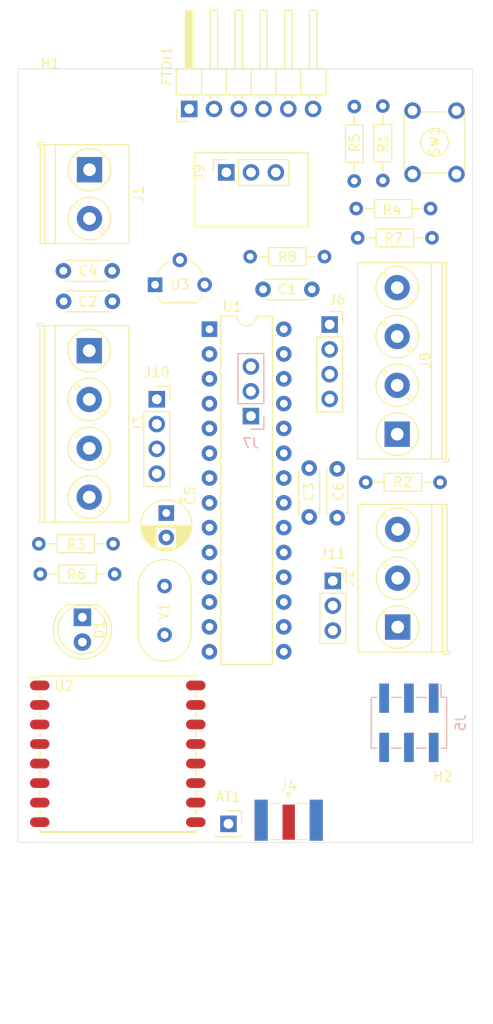
<source format=kicad_pcb>
(kicad_pcb (version 20171130) (host pcbnew 5.1.6-c6e7f7d~87~ubuntu18.04.1)

  (general
    (thickness 1.6)
    (drawings 14)
    (tracks 0)
    (zones 0)
    (modules 35)
    (nets 29)
  )

  (page A4)
  (layers
    (0 F.Cu signal)
    (31 B.Cu signal)
    (32 B.Adhes user)
    (33 F.Adhes user)
    (34 B.Paste user)
    (35 F.Paste user)
    (36 B.SilkS user)
    (37 F.SilkS user)
    (38 B.Mask user)
    (39 F.Mask user)
    (40 Dwgs.User user)
    (41 Cmts.User user)
    (42 Eco1.User user)
    (43 Eco2.User user)
    (44 Edge.Cuts user)
    (45 Margin user)
    (46 B.CrtYd user)
    (47 F.CrtYd user)
    (48 B.Fab user)
    (49 F.Fab user)
  )

  (setup
    (last_trace_width 0.25)
    (user_trace_width 0.4)
    (user_trace_width 0.5)
    (user_trace_width 0.75)
    (user_trace_width 1)
    (user_trace_width 1.25)
    (user_trace_width 1.5)
    (user_trace_width 1.7)
    (trace_clearance 0.2)
    (zone_clearance 0.508)
    (zone_45_only no)
    (trace_min 0.2)
    (via_size 0.8)
    (via_drill 0.4)
    (via_min_size 0.4)
    (via_min_drill 0.3)
    (user_via 1 0.5)
    (user_via 1.5 0.75)
    (user_via 1.78 0.89)
    (uvia_size 0.3)
    (uvia_drill 0.1)
    (uvias_allowed no)
    (uvia_min_size 0.2)
    (uvia_min_drill 0.1)
    (edge_width 0.05)
    (segment_width 0.2)
    (pcb_text_width 0.3)
    (pcb_text_size 1.5 1.5)
    (mod_edge_width 0.12)
    (mod_text_size 1 1)
    (mod_text_width 0.15)
    (pad_size 1.524 1.524)
    (pad_drill 0.762)
    (pad_to_mask_clearance 0.051)
    (solder_mask_min_width 0.25)
    (aux_axis_origin 0 0)
    (visible_elements FFFDFF7F)
    (pcbplotparams
      (layerselection 0x010fc_ffffffff)
      (usegerberextensions false)
      (usegerberattributes true)
      (usegerberadvancedattributes true)
      (creategerberjobfile true)
      (excludeedgelayer true)
      (linewidth 0.100000)
      (plotframeref false)
      (viasonmask false)
      (mode 1)
      (useauxorigin false)
      (hpglpennumber 1)
      (hpglpenspeed 20)
      (hpglpendiameter 15.000000)
      (psnegative false)
      (psa4output false)
      (plotreference true)
      (plotvalue true)
      (plotinvisibletext false)
      (padsonsilk false)
      (subtractmaskfromsilk false)
      (outputformat 1)
      (mirror false)
      (drillshape 1)
      (scaleselection 1)
      (outputdirectory ""))
  )

  (net 0 "")
  (net 1 "Net-(AT1-Pad1)")
  (net 2 "Net-(C1-Pad2)")
  (net 3 RST)
  (net 4 GND)
  (net 5 VIN)
  (net 6 "Net-(C3-Pad1)")
  (net 7 VCC)
  (net 8 A3)
  (net 9 D5)
  (net 10 "Net-(D1-Pad1)")
  (net 11 TX0)
  (net 12 RX0)
  (net 13 A0)
  (net 14 D4)
  (net 15 D3)
  (net 16 MOSI)
  (net 17 SCK)
  (net 18 MISO)
  (net 19 A4)
  (net 20 A5)
  (net 21 A1)
  (net 22 A2)
  (net 23 D8)
  (net 24 D7)
  (net 25 D6)
  (net 26 "Net-(U1-Pad10)")
  (net 27 "Net-(U1-Pad9)")
  (net 28 D2)

  (net_class Default "This is the default net class."
    (clearance 0.2)
    (trace_width 0.25)
    (via_dia 0.8)
    (via_drill 0.4)
    (uvia_dia 0.3)
    (uvia_drill 0.1)
    (add_net A0)
    (add_net A1)
    (add_net A2)
    (add_net A3)
    (add_net A4)
    (add_net A5)
    (add_net D10)
    (add_net D2)
    (add_net D3)
    (add_net D4)
    (add_net D5)
    (add_net D6)
    (add_net D7)
    (add_net D8)
    (add_net D9)
    (add_net GND)
    (add_net MISO)
    (add_net MOSI)
    (add_net "Net-(AT1-Pad1)")
    (add_net "Net-(C1-Pad2)")
    (add_net "Net-(C3-Pad1)")
    (add_net "Net-(D1-Pad1)")
    (add_net "Net-(FTDI1-Pad2)")
    (add_net "Net-(U1-Pad10)")
    (add_net "Net-(U1-Pad9)")
    (add_net "Net-(U2-Pad11)")
    (add_net "Net-(U2-Pad12)")
    (add_net "Net-(U2-Pad16)")
    (add_net "Net-(U2-Pad7)")
    (add_net RST)
    (add_net RX0)
    (add_net SCK)
    (add_net TX0)
    (add_net VCC)
    (add_net VIN)
  )

  (module Connector_PinSocket_2.54mm:PinSocket_1x03_P2.54mm_Vertical (layer B.Cu) (tedit 5A19A429) (tstamp 5F7A37B0)
    (at -108.45 28.75)
    (descr "Through hole straight socket strip, 1x03, 2.54mm pitch, single row (from Kicad 4.0.7), script generated")
    (tags "Through hole socket strip THT 1x03 2.54mm single row")
    (path /5F693D55)
    (fp_text reference J7 (at 0 2.77) (layer B.SilkS)
      (effects (font (size 1 1) (thickness 0.15)) (justify mirror))
    )
    (fp_text value Conn_01x03_Female (at 0 -7.85) (layer B.Fab)
      (effects (font (size 1 1) (thickness 0.15)) (justify mirror))
    )
    (fp_text user %R (at 0 -2.54 -90) (layer B.Fab)
      (effects (font (size 1 1) (thickness 0.15)) (justify mirror))
    )
    (fp_line (start -1.27 1.27) (end 0.635 1.27) (layer B.Fab) (width 0.1))
    (fp_line (start 0.635 1.27) (end 1.27 0.635) (layer B.Fab) (width 0.1))
    (fp_line (start 1.27 0.635) (end 1.27 -6.35) (layer B.Fab) (width 0.1))
    (fp_line (start 1.27 -6.35) (end -1.27 -6.35) (layer B.Fab) (width 0.1))
    (fp_line (start -1.27 -6.35) (end -1.27 1.27) (layer B.Fab) (width 0.1))
    (fp_line (start -1.33 -1.27) (end 1.33 -1.27) (layer B.SilkS) (width 0.12))
    (fp_line (start -1.33 -1.27) (end -1.33 -6.41) (layer B.SilkS) (width 0.12))
    (fp_line (start -1.33 -6.41) (end 1.33 -6.41) (layer B.SilkS) (width 0.12))
    (fp_line (start 1.33 -1.27) (end 1.33 -6.41) (layer B.SilkS) (width 0.12))
    (fp_line (start 1.33 1.33) (end 1.33 0) (layer B.SilkS) (width 0.12))
    (fp_line (start 0 1.33) (end 1.33 1.33) (layer B.SilkS) (width 0.12))
    (fp_line (start -1.8 1.8) (end 1.75 1.8) (layer B.CrtYd) (width 0.05))
    (fp_line (start 1.75 1.8) (end 1.75 -6.85) (layer B.CrtYd) (width 0.05))
    (fp_line (start 1.75 -6.85) (end -1.8 -6.85) (layer B.CrtYd) (width 0.05))
    (fp_line (start -1.8 -6.85) (end -1.8 1.8) (layer B.CrtYd) (width 0.05))
    (pad 3 thru_hole oval (at 0 -5.08) (size 1.7 1.7) (drill 1) (layers *.Cu *.Mask)
      (net 4 GND))
    (pad 2 thru_hole oval (at 0 -2.54) (size 1.7 1.7) (drill 1) (layers *.Cu *.Mask)
      (net 21 A1))
    (pad 1 thru_hole rect (at 0 0) (size 1.7 1.7) (drill 1) (layers *.Cu *.Mask)
      (net 22 A2))
    (model ${KISYS3DMOD}/Connector_PinSocket_2.54mm.3dshapes/PinSocket_1x03_P2.54mm_Vertical.wrl
      (at (xyz 0 0 0))
      (scale (xyz 1 1 1))
      (rotate (xyz 0 0 0))
    )
  )

  (module Connector_PinSocket_2.54mm:PinSocket_1x03_P2.54mm_Vertical (layer F.Cu) (tedit 5A19A429) (tstamp 5F7A3832)
    (at -100.05 45.625)
    (descr "Through hole straight socket strip, 1x03, 2.54mm pitch, single row (from Kicad 4.0.7), script generated")
    (tags "Through hole socket strip THT 1x03 2.54mm single row")
    (path /5F7CE5DB)
    (fp_text reference J11 (at 0 -2.77) (layer F.SilkS)
      (effects (font (size 1 1) (thickness 0.15)))
    )
    (fp_text value Conn_01x03_Female (at 0 7.85) (layer F.Fab)
      (effects (font (size 1 1) (thickness 0.15)))
    )
    (fp_text user %R (at 0 2.54 90) (layer F.Fab)
      (effects (font (size 1 1) (thickness 0.15)))
    )
    (fp_line (start -1.27 -1.27) (end 0.635 -1.27) (layer F.Fab) (width 0.1))
    (fp_line (start 0.635 -1.27) (end 1.27 -0.635) (layer F.Fab) (width 0.1))
    (fp_line (start 1.27 -0.635) (end 1.27 6.35) (layer F.Fab) (width 0.1))
    (fp_line (start 1.27 6.35) (end -1.27 6.35) (layer F.Fab) (width 0.1))
    (fp_line (start -1.27 6.35) (end -1.27 -1.27) (layer F.Fab) (width 0.1))
    (fp_line (start -1.33 1.27) (end 1.33 1.27) (layer F.SilkS) (width 0.12))
    (fp_line (start -1.33 1.27) (end -1.33 6.41) (layer F.SilkS) (width 0.12))
    (fp_line (start -1.33 6.41) (end 1.33 6.41) (layer F.SilkS) (width 0.12))
    (fp_line (start 1.33 1.27) (end 1.33 6.41) (layer F.SilkS) (width 0.12))
    (fp_line (start 1.33 -1.33) (end 1.33 0) (layer F.SilkS) (width 0.12))
    (fp_line (start 0 -1.33) (end 1.33 -1.33) (layer F.SilkS) (width 0.12))
    (fp_line (start -1.8 -1.8) (end 1.75 -1.8) (layer F.CrtYd) (width 0.05))
    (fp_line (start 1.75 -1.8) (end 1.75 6.85) (layer F.CrtYd) (width 0.05))
    (fp_line (start 1.75 6.85) (end -1.8 6.85) (layer F.CrtYd) (width 0.05))
    (fp_line (start -1.8 6.85) (end -1.8 -1.8) (layer F.CrtYd) (width 0.05))
    (pad 3 thru_hole oval (at 0 5.08) (size 1.7 1.7) (drill 1) (layers *.Cu *.Mask)
      (net 13 A0))
    (pad 2 thru_hole oval (at 0 2.54) (size 1.7 1.7) (drill 1) (layers *.Cu *.Mask)
      (net 7 VCC))
    (pad 1 thru_hole rect (at 0 0) (size 1.7 1.7) (drill 1) (layers *.Cu *.Mask)
      (net 4 GND))
    (model ${KISYS3DMOD}/Connector_PinSocket_2.54mm.3dshapes/PinSocket_1x03_P2.54mm_Vertical.wrl
      (at (xyz 0 0 0))
      (scale (xyz 1 1 1))
      (rotate (xyz 0 0 0))
    )
  )

  (module Resistor_THT:R_Axial_DIN0204_L3.6mm_D1.6mm_P7.62mm_Horizontal (layer F.Cu) (tedit 5AE5139B) (tstamp 5F7AC860)
    (at -108.525 12.425)
    (descr "Resistor, Axial_DIN0204 series, Axial, Horizontal, pin pitch=7.62mm, 0.167W, length*diameter=3.6*1.6mm^2, http://cdn-reichelt.de/documents/datenblatt/B400/1_4W%23YAG.pdf")
    (tags "Resistor Axial_DIN0204 series Axial Horizontal pin pitch 7.62mm 0.167W length 3.6mm diameter 1.6mm")
    (path /5F722F91)
    (fp_text reference R8 (at 3.81 0.025) (layer F.SilkS)
      (effects (font (size 1 1) (thickness 0.15)))
    )
    (fp_text value R (at 3.81 1.92) (layer F.Fab)
      (effects (font (size 1 1) (thickness 0.15)))
    )
    (fp_line (start 8.57 -1.05) (end -0.95 -1.05) (layer F.CrtYd) (width 0.05))
    (fp_line (start 8.57 1.05) (end 8.57 -1.05) (layer F.CrtYd) (width 0.05))
    (fp_line (start -0.95 1.05) (end 8.57 1.05) (layer F.CrtYd) (width 0.05))
    (fp_line (start -0.95 -1.05) (end -0.95 1.05) (layer F.CrtYd) (width 0.05))
    (fp_line (start 6.68 0) (end 5.73 0) (layer F.SilkS) (width 0.12))
    (fp_line (start 0.94 0) (end 1.89 0) (layer F.SilkS) (width 0.12))
    (fp_line (start 5.73 -0.92) (end 1.89 -0.92) (layer F.SilkS) (width 0.12))
    (fp_line (start 5.73 0.92) (end 5.73 -0.92) (layer F.SilkS) (width 0.12))
    (fp_line (start 1.89 0.92) (end 5.73 0.92) (layer F.SilkS) (width 0.12))
    (fp_line (start 1.89 -0.92) (end 1.89 0.92) (layer F.SilkS) (width 0.12))
    (fp_line (start 7.62 0) (end 5.61 0) (layer F.Fab) (width 0.1))
    (fp_line (start 0 0) (end 2.01 0) (layer F.Fab) (width 0.1))
    (fp_line (start 5.61 -0.8) (end 2.01 -0.8) (layer F.Fab) (width 0.1))
    (fp_line (start 5.61 0.8) (end 5.61 -0.8) (layer F.Fab) (width 0.1))
    (fp_line (start 2.01 0.8) (end 5.61 0.8) (layer F.Fab) (width 0.1))
    (fp_line (start 2.01 -0.8) (end 2.01 0.8) (layer F.Fab) (width 0.1))
    (fp_text user %R (at 3.81 0) (layer F.Fab)
      (effects (font (size 0.72 0.72) (thickness 0.108)))
    )
    (pad 2 thru_hole oval (at 7.62 0) (size 1.4 1.4) (drill 0.7) (layers *.Cu *.Mask)
      (net 20 A5))
    (pad 1 thru_hole circle (at 0 0) (size 1.4 1.4) (drill 0.7) (layers *.Cu *.Mask)
      (net 7 VCC))
    (model ${KISYS3DMOD}/Resistor_THT.3dshapes/R_Axial_DIN0204_L3.6mm_D1.6mm_P7.62mm_Horizontal.wrl
      (at (xyz 0 0 0))
      (scale (xyz 1 1 1))
      (rotate (xyz 0 0 0))
    )
  )

  (module Resistor_THT:R_Axial_DIN0204_L3.6mm_D1.6mm_P7.62mm_Horizontal (layer F.Cu) (tedit 5AE5139B) (tstamp 5F7A38B7)
    (at -97.5 10.5)
    (descr "Resistor, Axial_DIN0204 series, Axial, Horizontal, pin pitch=7.62mm, 0.167W, length*diameter=3.6*1.6mm^2, http://cdn-reichelt.de/documents/datenblatt/B400/1_4W%23YAG.pdf")
    (tags "Resistor Axial_DIN0204 series Axial Horizontal pin pitch 7.62mm 0.167W length 3.6mm diameter 1.6mm")
    (path /5F7227DD)
    (fp_text reference R7 (at 3.675 0.05) (layer F.SilkS)
      (effects (font (size 1 1) (thickness 0.15)))
    )
    (fp_text value R (at 3.81 1.92) (layer F.Fab)
      (effects (font (size 1 1) (thickness 0.15)))
    )
    (fp_line (start 8.57 -1.05) (end -0.95 -1.05) (layer F.CrtYd) (width 0.05))
    (fp_line (start 8.57 1.05) (end 8.57 -1.05) (layer F.CrtYd) (width 0.05))
    (fp_line (start -0.95 1.05) (end 8.57 1.05) (layer F.CrtYd) (width 0.05))
    (fp_line (start -0.95 -1.05) (end -0.95 1.05) (layer F.CrtYd) (width 0.05))
    (fp_line (start 6.68 0) (end 5.73 0) (layer F.SilkS) (width 0.12))
    (fp_line (start 0.94 0) (end 1.89 0) (layer F.SilkS) (width 0.12))
    (fp_line (start 5.73 -0.92) (end 1.89 -0.92) (layer F.SilkS) (width 0.12))
    (fp_line (start 5.73 0.92) (end 5.73 -0.92) (layer F.SilkS) (width 0.12))
    (fp_line (start 1.89 0.92) (end 5.73 0.92) (layer F.SilkS) (width 0.12))
    (fp_line (start 1.89 -0.92) (end 1.89 0.92) (layer F.SilkS) (width 0.12))
    (fp_line (start 7.62 0) (end 5.61 0) (layer F.Fab) (width 0.1))
    (fp_line (start 0 0) (end 2.01 0) (layer F.Fab) (width 0.1))
    (fp_line (start 5.61 -0.8) (end 2.01 -0.8) (layer F.Fab) (width 0.1))
    (fp_line (start 5.61 0.8) (end 5.61 -0.8) (layer F.Fab) (width 0.1))
    (fp_line (start 2.01 0.8) (end 5.61 0.8) (layer F.Fab) (width 0.1))
    (fp_line (start 2.01 -0.8) (end 2.01 0.8) (layer F.Fab) (width 0.1))
    (fp_text user %R (at 3.81 0) (layer F.Fab)
      (effects (font (size 0.72 0.72) (thickness 0.108)))
    )
    (pad 2 thru_hole oval (at 7.62 0) (size 1.4 1.4) (drill 0.7) (layers *.Cu *.Mask)
      (net 19 A4))
    (pad 1 thru_hole circle (at 0 0) (size 1.4 1.4) (drill 0.7) (layers *.Cu *.Mask)
      (net 7 VCC))
    (model ${KISYS3DMOD}/Resistor_THT.3dshapes/R_Axial_DIN0204_L3.6mm_D1.6mm_P7.62mm_Horizontal.wrl
      (at (xyz 0 0 0))
      (scale (xyz 1 1 1))
      (rotate (xyz 0 0 0))
    )
  )

  (module Resistor_THT:R_Axial_DIN0204_L3.6mm_D1.6mm_P7.62mm_Horizontal (layer F.Cu) (tedit 5AE5139B) (tstamp 5F7A38A4)
    (at -122.425 44.925 180)
    (descr "Resistor, Axial_DIN0204 series, Axial, Horizontal, pin pitch=7.62mm, 0.167W, length*diameter=3.6*1.6mm^2, http://cdn-reichelt.de/documents/datenblatt/B400/1_4W%23YAG.pdf")
    (tags "Resistor Axial_DIN0204 series Axial Horizontal pin pitch 7.62mm 0.167W length 3.6mm diameter 1.6mm")
    (path /5F59A5EA)
    (fp_text reference R6 (at 3.925 -0.05) (layer F.SilkS)
      (effects (font (size 1 1) (thickness 0.15)))
    )
    (fp_text value 300R (at 3.81 1.92) (layer F.Fab)
      (effects (font (size 1 1) (thickness 0.15)))
    )
    (fp_line (start 2.01 -0.8) (end 2.01 0.8) (layer F.Fab) (width 0.1))
    (fp_line (start 2.01 0.8) (end 5.61 0.8) (layer F.Fab) (width 0.1))
    (fp_line (start 5.61 0.8) (end 5.61 -0.8) (layer F.Fab) (width 0.1))
    (fp_line (start 5.61 -0.8) (end 2.01 -0.8) (layer F.Fab) (width 0.1))
    (fp_line (start 0 0) (end 2.01 0) (layer F.Fab) (width 0.1))
    (fp_line (start 7.62 0) (end 5.61 0) (layer F.Fab) (width 0.1))
    (fp_line (start 1.89 -0.92) (end 1.89 0.92) (layer F.SilkS) (width 0.12))
    (fp_line (start 1.89 0.92) (end 5.73 0.92) (layer F.SilkS) (width 0.12))
    (fp_line (start 5.73 0.92) (end 5.73 -0.92) (layer F.SilkS) (width 0.12))
    (fp_line (start 5.73 -0.92) (end 1.89 -0.92) (layer F.SilkS) (width 0.12))
    (fp_line (start 0.94 0) (end 1.89 0) (layer F.SilkS) (width 0.12))
    (fp_line (start 6.68 0) (end 5.73 0) (layer F.SilkS) (width 0.12))
    (fp_line (start -0.95 -1.05) (end -0.95 1.05) (layer F.CrtYd) (width 0.05))
    (fp_line (start -0.95 1.05) (end 8.57 1.05) (layer F.CrtYd) (width 0.05))
    (fp_line (start 8.57 1.05) (end 8.57 -1.05) (layer F.CrtYd) (width 0.05))
    (fp_line (start 8.57 -1.05) (end -0.95 -1.05) (layer F.CrtYd) (width 0.05))
    (fp_text user %R (at 3.81 0) (layer F.Fab)
      (effects (font (size 0.72 0.72) (thickness 0.108)))
    )
    (pad 1 thru_hole circle (at 0 0 180) (size 1.4 1.4) (drill 0.7) (layers *.Cu *.Mask)
      (net 10 "Net-(D1-Pad1)"))
    (pad 2 thru_hole oval (at 7.62 0 180) (size 1.4 1.4) (drill 0.7) (layers *.Cu *.Mask)
      (net 4 GND))
    (model ${KISYS3DMOD}/Resistor_THT.3dshapes/R_Axial_DIN0204_L3.6mm_D1.6mm_P7.62mm_Horizontal.wrl
      (at (xyz 0 0 0))
      (scale (xyz 1 1 1))
      (rotate (xyz 0 0 0))
    )
  )

  (module Resistor_THT:R_Axial_DIN0204_L3.6mm_D1.6mm_P7.62mm_Horizontal (layer F.Cu) (tedit 5AE5139B) (tstamp 5F7A96C3)
    (at -97.85 4.675 90)
    (descr "Resistor, Axial_DIN0204 series, Axial, Horizontal, pin pitch=7.62mm, 0.167W, length*diameter=3.6*1.6mm^2, http://cdn-reichelt.de/documents/datenblatt/B400/1_4W%23YAG.pdf")
    (tags "Resistor Axial_DIN0204 series Axial Horizontal pin pitch 7.62mm 0.167W length 3.6mm diameter 1.6mm")
    (path /5F34520A)
    (fp_text reference R5 (at 3.9 0.025 90) (layer F.SilkS)
      (effects (font (size 1 1) (thickness 0.15)))
    )
    (fp_text value 10M (at 3.81 1.92 90) (layer F.Fab)
      (effects (font (size 1 1) (thickness 0.15)))
    )
    (fp_line (start 8.57 -1.05) (end -0.95 -1.05) (layer F.CrtYd) (width 0.05))
    (fp_line (start 8.57 1.05) (end 8.57 -1.05) (layer F.CrtYd) (width 0.05))
    (fp_line (start -0.95 1.05) (end 8.57 1.05) (layer F.CrtYd) (width 0.05))
    (fp_line (start -0.95 -1.05) (end -0.95 1.05) (layer F.CrtYd) (width 0.05))
    (fp_line (start 6.68 0) (end 5.73 0) (layer F.SilkS) (width 0.12))
    (fp_line (start 0.94 0) (end 1.89 0) (layer F.SilkS) (width 0.12))
    (fp_line (start 5.73 -0.92) (end 1.89 -0.92) (layer F.SilkS) (width 0.12))
    (fp_line (start 5.73 0.92) (end 5.73 -0.92) (layer F.SilkS) (width 0.12))
    (fp_line (start 1.89 0.92) (end 5.73 0.92) (layer F.SilkS) (width 0.12))
    (fp_line (start 1.89 -0.92) (end 1.89 0.92) (layer F.SilkS) (width 0.12))
    (fp_line (start 7.62 0) (end 5.61 0) (layer F.Fab) (width 0.1))
    (fp_line (start 0 0) (end 2.01 0) (layer F.Fab) (width 0.1))
    (fp_line (start 5.61 -0.8) (end 2.01 -0.8) (layer F.Fab) (width 0.1))
    (fp_line (start 5.61 0.8) (end 5.61 -0.8) (layer F.Fab) (width 0.1))
    (fp_line (start 2.01 0.8) (end 5.61 0.8) (layer F.Fab) (width 0.1))
    (fp_line (start 2.01 -0.8) (end 2.01 0.8) (layer F.Fab) (width 0.1))
    (fp_text user %R (at 3.81 0 90) (layer F.Fab)
      (effects (font (size 0.72 0.72) (thickness 0.108)))
    )
    (pad 2 thru_hole oval (at 7.62 0 90) (size 1.4 1.4) (drill 0.7) (layers *.Cu *.Mask)
      (net 4 GND))
    (pad 1 thru_hole circle (at 0 0 90) (size 1.4 1.4) (drill 0.7) (layers *.Cu *.Mask)
      (net 8 A3))
    (model ${KISYS3DMOD}/Resistor_THT.3dshapes/R_Axial_DIN0204_L3.6mm_D1.6mm_P7.62mm_Horizontal.wrl
      (at (xyz 0 0 0))
      (scale (xyz 1 1 1))
      (rotate (xyz 0 0 0))
    )
  )

  (module Resistor_THT:R_Axial_DIN0204_L3.6mm_D1.6mm_P7.62mm_Horizontal (layer F.Cu) (tedit 5AE5139B) (tstamp 5F7A387E)
    (at -97.65 7.5)
    (descr "Resistor, Axial_DIN0204 series, Axial, Horizontal, pin pitch=7.62mm, 0.167W, length*diameter=3.6*1.6mm^2, http://cdn-reichelt.de/documents/datenblatt/B400/1_4W%23YAG.pdf")
    (tags "Resistor Axial_DIN0204 series Axial Horizontal pin pitch 7.62mm 0.167W length 3.6mm diameter 1.6mm")
    (path /5F3431B9)
    (fp_text reference R4 (at 3.675 0.125) (layer F.SilkS)
      (effects (font (size 1 1) (thickness 0.15)))
    )
    (fp_text value 10M (at 3.81 1.92) (layer F.Fab)
      (effects (font (size 1 1) (thickness 0.15)))
    )
    (fp_line (start 8.57 -1.05) (end -0.95 -1.05) (layer F.CrtYd) (width 0.05))
    (fp_line (start 8.57 1.05) (end 8.57 -1.05) (layer F.CrtYd) (width 0.05))
    (fp_line (start -0.95 1.05) (end 8.57 1.05) (layer F.CrtYd) (width 0.05))
    (fp_line (start -0.95 -1.05) (end -0.95 1.05) (layer F.CrtYd) (width 0.05))
    (fp_line (start 6.68 0) (end 5.73 0) (layer F.SilkS) (width 0.12))
    (fp_line (start 0.94 0) (end 1.89 0) (layer F.SilkS) (width 0.12))
    (fp_line (start 5.73 -0.92) (end 1.89 -0.92) (layer F.SilkS) (width 0.12))
    (fp_line (start 5.73 0.92) (end 5.73 -0.92) (layer F.SilkS) (width 0.12))
    (fp_line (start 1.89 0.92) (end 5.73 0.92) (layer F.SilkS) (width 0.12))
    (fp_line (start 1.89 -0.92) (end 1.89 0.92) (layer F.SilkS) (width 0.12))
    (fp_line (start 7.62 0) (end 5.61 0) (layer F.Fab) (width 0.1))
    (fp_line (start 0 0) (end 2.01 0) (layer F.Fab) (width 0.1))
    (fp_line (start 5.61 -0.8) (end 2.01 -0.8) (layer F.Fab) (width 0.1))
    (fp_line (start 5.61 0.8) (end 5.61 -0.8) (layer F.Fab) (width 0.1))
    (fp_line (start 2.01 0.8) (end 5.61 0.8) (layer F.Fab) (width 0.1))
    (fp_line (start 2.01 -0.8) (end 2.01 0.8) (layer F.Fab) (width 0.1))
    (fp_text user %R (at 3.81 0) (layer F.Fab)
      (effects (font (size 0.72 0.72) (thickness 0.108)))
    )
    (pad 2 thru_hole oval (at 7.62 0) (size 1.4 1.4) (drill 0.7) (layers *.Cu *.Mask)
      (net 8 A3))
    (pad 1 thru_hole circle (at 0 0) (size 1.4 1.4) (drill 0.7) (layers *.Cu *.Mask)
      (net 5 VIN))
    (model ${KISYS3DMOD}/Resistor_THT.3dshapes/R_Axial_DIN0204_L3.6mm_D1.6mm_P7.62mm_Horizontal.wrl
      (at (xyz 0 0 0))
      (scale (xyz 1 1 1))
      (rotate (xyz 0 0 0))
    )
  )

  (module Resistor_THT:R_Axial_DIN0204_L3.6mm_D1.6mm_P7.62mm_Horizontal (layer F.Cu) (tedit 5AE5139B) (tstamp 5F7A386B)
    (at -122.575 41.825 180)
    (descr "Resistor, Axial_DIN0204 series, Axial, Horizontal, pin pitch=7.62mm, 0.167W, length*diameter=3.6*1.6mm^2, http://cdn-reichelt.de/documents/datenblatt/B400/1_4W%23YAG.pdf")
    (tags "Resistor Axial_DIN0204 series Axial Horizontal pin pitch 7.62mm 0.167W length 3.6mm diameter 1.6mm")
    (path /5F334BCF)
    (fp_text reference R3 (at 3.8 -0.075) (layer F.SilkS)
      (effects (font (size 1 1) (thickness 0.15)))
    )
    (fp_text value 10K (at 3.81 1.92) (layer F.Fab)
      (effects (font (size 1 1) (thickness 0.15)))
    )
    (fp_line (start 2.01 -0.8) (end 2.01 0.8) (layer F.Fab) (width 0.1))
    (fp_line (start 2.01 0.8) (end 5.61 0.8) (layer F.Fab) (width 0.1))
    (fp_line (start 5.61 0.8) (end 5.61 -0.8) (layer F.Fab) (width 0.1))
    (fp_line (start 5.61 -0.8) (end 2.01 -0.8) (layer F.Fab) (width 0.1))
    (fp_line (start 0 0) (end 2.01 0) (layer F.Fab) (width 0.1))
    (fp_line (start 7.62 0) (end 5.61 0) (layer F.Fab) (width 0.1))
    (fp_line (start 1.89 -0.92) (end 1.89 0.92) (layer F.SilkS) (width 0.12))
    (fp_line (start 1.89 0.92) (end 5.73 0.92) (layer F.SilkS) (width 0.12))
    (fp_line (start 5.73 0.92) (end 5.73 -0.92) (layer F.SilkS) (width 0.12))
    (fp_line (start 5.73 -0.92) (end 1.89 -0.92) (layer F.SilkS) (width 0.12))
    (fp_line (start 0.94 0) (end 1.89 0) (layer F.SilkS) (width 0.12))
    (fp_line (start 6.68 0) (end 5.73 0) (layer F.SilkS) (width 0.12))
    (fp_line (start -0.95 -1.05) (end -0.95 1.05) (layer F.CrtYd) (width 0.05))
    (fp_line (start -0.95 1.05) (end 8.57 1.05) (layer F.CrtYd) (width 0.05))
    (fp_line (start 8.57 1.05) (end 8.57 -1.05) (layer F.CrtYd) (width 0.05))
    (fp_line (start 8.57 -1.05) (end -0.95 -1.05) (layer F.CrtYd) (width 0.05))
    (fp_text user %R (at 3.81 0) (layer F.Fab)
      (effects (font (size 0.72 0.72) (thickness 0.108)))
    )
    (pad 1 thru_hole circle (at 0 0 180) (size 1.4 1.4) (drill 0.7) (layers *.Cu *.Mask)
      (net 7 VCC))
    (pad 2 thru_hole oval (at 7.62 0 180) (size 1.4 1.4) (drill 0.7) (layers *.Cu *.Mask)
      (net 14 D4))
    (model ${KISYS3DMOD}/Resistor_THT.3dshapes/R_Axial_DIN0204_L3.6mm_D1.6mm_P7.62mm_Horizontal.wrl
      (at (xyz 0 0 0))
      (scale (xyz 1 1 1))
      (rotate (xyz 0 0 0))
    )
  )

  (module Resistor_THT:R_Axial_DIN0204_L3.6mm_D1.6mm_P7.62mm_Horizontal (layer F.Cu) (tedit 5AE5139B) (tstamp 5F7A3858)
    (at -96.675 35.525)
    (descr "Resistor, Axial_DIN0204 series, Axial, Horizontal, pin pitch=7.62mm, 0.167W, length*diameter=3.6*1.6mm^2, http://cdn-reichelt.de/documents/datenblatt/B400/1_4W%23YAG.pdf")
    (tags "Resistor Axial_DIN0204 series Axial Horizontal pin pitch 7.62mm 0.167W length 3.6mm diameter 1.6mm")
    (path /5F322886)
    (fp_text reference R2 (at 3.775 -0.025) (layer F.SilkS)
      (effects (font (size 1 1) (thickness 0.15)))
    )
    (fp_text value 10K (at 3.81 1.92) (layer F.Fab)
      (effects (font (size 1 1) (thickness 0.15)))
    )
    (fp_line (start 8.57 -1.05) (end -0.95 -1.05) (layer F.CrtYd) (width 0.05))
    (fp_line (start 8.57 1.05) (end 8.57 -1.05) (layer F.CrtYd) (width 0.05))
    (fp_line (start -0.95 1.05) (end 8.57 1.05) (layer F.CrtYd) (width 0.05))
    (fp_line (start -0.95 -1.05) (end -0.95 1.05) (layer F.CrtYd) (width 0.05))
    (fp_line (start 6.68 0) (end 5.73 0) (layer F.SilkS) (width 0.12))
    (fp_line (start 0.94 0) (end 1.89 0) (layer F.SilkS) (width 0.12))
    (fp_line (start 5.73 -0.92) (end 1.89 -0.92) (layer F.SilkS) (width 0.12))
    (fp_line (start 5.73 0.92) (end 5.73 -0.92) (layer F.SilkS) (width 0.12))
    (fp_line (start 1.89 0.92) (end 5.73 0.92) (layer F.SilkS) (width 0.12))
    (fp_line (start 1.89 -0.92) (end 1.89 0.92) (layer F.SilkS) (width 0.12))
    (fp_line (start 7.62 0) (end 5.61 0) (layer F.Fab) (width 0.1))
    (fp_line (start 0 0) (end 2.01 0) (layer F.Fab) (width 0.1))
    (fp_line (start 5.61 -0.8) (end 2.01 -0.8) (layer F.Fab) (width 0.1))
    (fp_line (start 5.61 0.8) (end 5.61 -0.8) (layer F.Fab) (width 0.1))
    (fp_line (start 2.01 0.8) (end 5.61 0.8) (layer F.Fab) (width 0.1))
    (fp_line (start 2.01 -0.8) (end 2.01 0.8) (layer F.Fab) (width 0.1))
    (fp_text user %R (at 3.81 0) (layer F.Fab)
      (effects (font (size 0.72 0.72) (thickness 0.108)))
    )
    (pad 2 thru_hole oval (at 7.62 0) (size 1.4 1.4) (drill 0.7) (layers *.Cu *.Mask)
      (net 13 A0))
    (pad 1 thru_hole circle (at 0 0) (size 1.4 1.4) (drill 0.7) (layers *.Cu *.Mask)
      (net 7 VCC))
    (model ${KISYS3DMOD}/Resistor_THT.3dshapes/R_Axial_DIN0204_L3.6mm_D1.6mm_P7.62mm_Horizontal.wrl
      (at (xyz 0 0 0))
      (scale (xyz 1 1 1))
      (rotate (xyz 0 0 0))
    )
  )

  (module Resistor_THT:R_Axial_DIN0204_L3.6mm_D1.6mm_P7.62mm_Horizontal (layer F.Cu) (tedit 5AE5139B) (tstamp 5F7A3845)
    (at -94.925 4.625 90)
    (descr "Resistor, Axial_DIN0204 series, Axial, Horizontal, pin pitch=7.62mm, 0.167W, length*diameter=3.6*1.6mm^2, http://cdn-reichelt.de/documents/datenblatt/B400/1_4W%23YAG.pdf")
    (tags "Resistor Axial_DIN0204 series Axial Horizontal pin pitch 7.62mm 0.167W length 3.6mm diameter 1.6mm")
    (path /5F264975)
    (fp_text reference R1 (at 3.8 0.025 90) (layer F.SilkS)
      (effects (font (size 1 1) (thickness 0.15)))
    )
    (fp_text value 10K (at 3.81 1.92 90) (layer F.Fab)
      (effects (font (size 1 1) (thickness 0.15)))
    )
    (fp_line (start 8.57 -1.05) (end -0.95 -1.05) (layer F.CrtYd) (width 0.05))
    (fp_line (start 8.57 1.05) (end 8.57 -1.05) (layer F.CrtYd) (width 0.05))
    (fp_line (start -0.95 1.05) (end 8.57 1.05) (layer F.CrtYd) (width 0.05))
    (fp_line (start -0.95 -1.05) (end -0.95 1.05) (layer F.CrtYd) (width 0.05))
    (fp_line (start 6.68 0) (end 5.73 0) (layer F.SilkS) (width 0.12))
    (fp_line (start 0.94 0) (end 1.89 0) (layer F.SilkS) (width 0.12))
    (fp_line (start 5.73 -0.92) (end 1.89 -0.92) (layer F.SilkS) (width 0.12))
    (fp_line (start 5.73 0.92) (end 5.73 -0.92) (layer F.SilkS) (width 0.12))
    (fp_line (start 1.89 0.92) (end 5.73 0.92) (layer F.SilkS) (width 0.12))
    (fp_line (start 1.89 -0.92) (end 1.89 0.92) (layer F.SilkS) (width 0.12))
    (fp_line (start 7.62 0) (end 5.61 0) (layer F.Fab) (width 0.1))
    (fp_line (start 0 0) (end 2.01 0) (layer F.Fab) (width 0.1))
    (fp_line (start 5.61 -0.8) (end 2.01 -0.8) (layer F.Fab) (width 0.1))
    (fp_line (start 5.61 0.8) (end 5.61 -0.8) (layer F.Fab) (width 0.1))
    (fp_line (start 2.01 0.8) (end 5.61 0.8) (layer F.Fab) (width 0.1))
    (fp_line (start 2.01 -0.8) (end 2.01 0.8) (layer F.Fab) (width 0.1))
    (fp_text user %R (at 3.81 0 90) (layer F.Fab)
      (effects (font (size 0.72 0.72) (thickness 0.108)))
    )
    (pad 2 thru_hole oval (at 7.62 0 90) (size 1.4 1.4) (drill 0.7) (layers *.Cu *.Mask)
      (net 3 RST))
    (pad 1 thru_hole circle (at 0 0 90) (size 1.4 1.4) (drill 0.7) (layers *.Cu *.Mask)
      (net 7 VCC))
    (model ${KISYS3DMOD}/Resistor_THT.3dshapes/R_Axial_DIN0204_L3.6mm_D1.6mm_P7.62mm_Horizontal.wrl
      (at (xyz 0 0 0))
      (scale (xyz 1 1 1))
      (rotate (xyz 0 0 0))
    )
  )

  (module Capacitor_THT:C_Disc_D4.3mm_W1.9mm_P5.00mm (layer F.Cu) (tedit 5AE50EF0) (tstamp 5F7A35EF)
    (at -99.6 39.15 90)
    (descr "C, Disc series, Radial, pin pitch=5.00mm, , diameter*width=4.3*1.9mm^2, Capacitor, http://www.vishay.com/docs/45233/krseries.pdf")
    (tags "C Disc series Radial pin pitch 5.00mm  diameter 4.3mm width 1.9mm Capacitor")
    (path /5F808EB5)
    (fp_text reference C6 (at 2.7 0.125 90) (layer F.SilkS)
      (effects (font (size 1 1) (thickness 0.15)))
    )
    (fp_text value 0.1uF (at 2.5 2.2 90) (layer F.Fab)
      (effects (font (size 1 1) (thickness 0.15)))
    )
    (fp_line (start 6.05 -1.2) (end -1.05 -1.2) (layer F.CrtYd) (width 0.05))
    (fp_line (start 6.05 1.2) (end 6.05 -1.2) (layer F.CrtYd) (width 0.05))
    (fp_line (start -1.05 1.2) (end 6.05 1.2) (layer F.CrtYd) (width 0.05))
    (fp_line (start -1.05 -1.2) (end -1.05 1.2) (layer F.CrtYd) (width 0.05))
    (fp_line (start 4.77 1.055) (end 4.77 1.07) (layer F.SilkS) (width 0.12))
    (fp_line (start 4.77 -1.07) (end 4.77 -1.055) (layer F.SilkS) (width 0.12))
    (fp_line (start 0.23 1.055) (end 0.23 1.07) (layer F.SilkS) (width 0.12))
    (fp_line (start 0.23 -1.07) (end 0.23 -1.055) (layer F.SilkS) (width 0.12))
    (fp_line (start 0.23 1.07) (end 4.77 1.07) (layer F.SilkS) (width 0.12))
    (fp_line (start 0.23 -1.07) (end 4.77 -1.07) (layer F.SilkS) (width 0.12))
    (fp_line (start 4.65 -0.95) (end 0.35 -0.95) (layer F.Fab) (width 0.1))
    (fp_line (start 4.65 0.95) (end 4.65 -0.95) (layer F.Fab) (width 0.1))
    (fp_line (start 0.35 0.95) (end 4.65 0.95) (layer F.Fab) (width 0.1))
    (fp_line (start 0.35 -0.95) (end 0.35 0.95) (layer F.Fab) (width 0.1))
    (fp_text user %R (at 2.675 0.15 90) (layer F.Fab)
      (effects (font (size 0.86 0.86) (thickness 0.129)))
    )
    (pad 2 thru_hole circle (at 5 0 90) (size 1.6 1.6) (drill 0.8) (layers *.Cu *.Mask)
      (net 4 GND))
    (pad 1 thru_hole circle (at 0 0 90) (size 1.6 1.6) (drill 0.8) (layers *.Cu *.Mask)
      (net 8 A3))
    (model ${KISYS3DMOD}/Capacitor_THT.3dshapes/C_Disc_D4.3mm_W1.9mm_P5.00mm.wrl
      (at (xyz 0 0 0))
      (scale (xyz 1 1 1))
      (rotate (xyz 0 0 0))
    )
  )

  (module Capacitor_THT:C_Disc_D4.3mm_W1.9mm_P5.00mm (layer F.Cu) (tedit 5AE50EF0) (tstamp 5F7A355A)
    (at -122.675 13.875 180)
    (descr "C, Disc series, Radial, pin pitch=5.00mm, , diameter*width=4.3*1.9mm^2, Capacitor, http://www.vishay.com/docs/45233/krseries.pdf")
    (tags "C Disc series Radial pin pitch 5.00mm  diameter 4.3mm width 1.9mm Capacitor")
    (path /5F27C5A9)
    (fp_text reference C4 (at 2.475 0) (layer F.SilkS)
      (effects (font (size 1 1) (thickness 0.15)))
    )
    (fp_text value 0.1u (at 2.5 2.2) (layer F.Fab)
      (effects (font (size 1 1) (thickness 0.15)))
    )
    (fp_line (start 6.05 -1.2) (end -1.05 -1.2) (layer F.CrtYd) (width 0.05))
    (fp_line (start 6.05 1.2) (end 6.05 -1.2) (layer F.CrtYd) (width 0.05))
    (fp_line (start -1.05 1.2) (end 6.05 1.2) (layer F.CrtYd) (width 0.05))
    (fp_line (start -1.05 -1.2) (end -1.05 1.2) (layer F.CrtYd) (width 0.05))
    (fp_line (start 4.77 1.055) (end 4.77 1.07) (layer F.SilkS) (width 0.12))
    (fp_line (start 4.77 -1.07) (end 4.77 -1.055) (layer F.SilkS) (width 0.12))
    (fp_line (start 0.23 1.055) (end 0.23 1.07) (layer F.SilkS) (width 0.12))
    (fp_line (start 0.23 -1.07) (end 0.23 -1.055) (layer F.SilkS) (width 0.12))
    (fp_line (start 0.23 1.07) (end 4.77 1.07) (layer F.SilkS) (width 0.12))
    (fp_line (start 0.23 -1.07) (end 4.77 -1.07) (layer F.SilkS) (width 0.12))
    (fp_line (start 4.65 -0.95) (end 0.35 -0.95) (layer F.Fab) (width 0.1))
    (fp_line (start 4.65 0.95) (end 4.65 -0.95) (layer F.Fab) (width 0.1))
    (fp_line (start 0.35 0.95) (end 4.65 0.95) (layer F.Fab) (width 0.1))
    (fp_line (start 0.35 -0.95) (end 0.35 0.95) (layer F.Fab) (width 0.1))
    (fp_text user %R (at 2.5 0) (layer F.Fab)
      (effects (font (size 0.86 0.86) (thickness 0.129)))
    )
    (pad 2 thru_hole circle (at 5 0 180) (size 1.6 1.6) (drill 0.8) (layers *.Cu *.Mask)
      (net 4 GND))
    (pad 1 thru_hole circle (at 0 0 180) (size 1.6 1.6) (drill 0.8) (layers *.Cu *.Mask)
      (net 7 VCC))
    (model ${KISYS3DMOD}/Capacitor_THT.3dshapes/C_Disc_D4.3mm_W1.9mm_P5.00mm.wrl
      (at (xyz 0 0 0))
      (scale (xyz 1 1 1))
      (rotate (xyz 0 0 0))
    )
  )

  (module Capacitor_THT:C_Disc_D4.3mm_W1.9mm_P5.00mm (layer F.Cu) (tedit 5AE50EF0) (tstamp 5F7A3549)
    (at -102.475 34.075 270)
    (descr "C, Disc series, Radial, pin pitch=5.00mm, , diameter*width=4.3*1.9mm^2, Capacitor, http://www.vishay.com/docs/45233/krseries.pdf")
    (tags "C Disc series Radial pin pitch 5.00mm  diameter 4.3mm width 1.9mm Capacitor")
    (path /5F266C1D)
    (fp_text reference C3 (at 2.425 0.025 90) (layer F.SilkS)
      (effects (font (size 1 1) (thickness 0.15)))
    )
    (fp_text value 0.1u (at 2.5 2.2 90) (layer F.Fab)
      (effects (font (size 1 1) (thickness 0.15)))
    )
    (fp_line (start 6.05 -1.2) (end -1.05 -1.2) (layer F.CrtYd) (width 0.05))
    (fp_line (start 6.05 1.2) (end 6.05 -1.2) (layer F.CrtYd) (width 0.05))
    (fp_line (start -1.05 1.2) (end 6.05 1.2) (layer F.CrtYd) (width 0.05))
    (fp_line (start -1.05 -1.2) (end -1.05 1.2) (layer F.CrtYd) (width 0.05))
    (fp_line (start 4.77 1.055) (end 4.77 1.07) (layer F.SilkS) (width 0.12))
    (fp_line (start 4.77 -1.07) (end 4.77 -1.055) (layer F.SilkS) (width 0.12))
    (fp_line (start 0.23 1.055) (end 0.23 1.07) (layer F.SilkS) (width 0.12))
    (fp_line (start 0.23 -1.07) (end 0.23 -1.055) (layer F.SilkS) (width 0.12))
    (fp_line (start 0.23 1.07) (end 4.77 1.07) (layer F.SilkS) (width 0.12))
    (fp_line (start 0.23 -1.07) (end 4.77 -1.07) (layer F.SilkS) (width 0.12))
    (fp_line (start 4.65 -0.95) (end 0.35 -0.95) (layer F.Fab) (width 0.1))
    (fp_line (start 4.65 0.95) (end 4.65 -0.95) (layer F.Fab) (width 0.1))
    (fp_line (start 0.35 0.95) (end 4.65 0.95) (layer F.Fab) (width 0.1))
    (fp_line (start 0.35 -0.95) (end 0.35 0.95) (layer F.Fab) (width 0.1))
    (fp_text user %R (at 2.5 0.125 90) (layer F.Fab)
      (effects (font (size 0.86 0.86) (thickness 0.129)))
    )
    (pad 2 thru_hole circle (at 5 0 270) (size 1.6 1.6) (drill 0.8) (layers *.Cu *.Mask)
      (net 4 GND))
    (pad 1 thru_hole circle (at 0 0 270) (size 1.6 1.6) (drill 0.8) (layers *.Cu *.Mask)
      (net 6 "Net-(C3-Pad1)"))
    (model ${KISYS3DMOD}/Capacitor_THT.3dshapes/C_Disc_D4.3mm_W1.9mm_P5.00mm.wrl
      (at (xyz 0 0 0))
      (scale (xyz 1 1 1))
      (rotate (xyz 0 0 0))
    )
  )

  (module Capacitor_THT:C_Disc_D4.3mm_W1.9mm_P5.00mm (layer F.Cu) (tedit 5AE50EF0) (tstamp 5F7AC4DE)
    (at -122.65 17 180)
    (descr "C, Disc series, Radial, pin pitch=5.00mm, , diameter*width=4.3*1.9mm^2, Capacitor, http://www.vishay.com/docs/45233/krseries.pdf")
    (tags "C Disc series Radial pin pitch 5.00mm  diameter 4.3mm width 1.9mm Capacitor")
    (path /5F27AAEF)
    (fp_text reference C2 (at 2.525 -0.025) (layer F.SilkS)
      (effects (font (size 1 1) (thickness 0.15)))
    )
    (fp_text value 0.1u (at 2.5 2.2) (layer F.Fab)
      (effects (font (size 1 1) (thickness 0.15)))
    )
    (fp_line (start 6.05 -1.2) (end -1.05 -1.2) (layer F.CrtYd) (width 0.05))
    (fp_line (start 6.05 1.2) (end 6.05 -1.2) (layer F.CrtYd) (width 0.05))
    (fp_line (start -1.05 1.2) (end 6.05 1.2) (layer F.CrtYd) (width 0.05))
    (fp_line (start -1.05 -1.2) (end -1.05 1.2) (layer F.CrtYd) (width 0.05))
    (fp_line (start 4.77 1.055) (end 4.77 1.07) (layer F.SilkS) (width 0.12))
    (fp_line (start 4.77 -1.07) (end 4.77 -1.055) (layer F.SilkS) (width 0.12))
    (fp_line (start 0.23 1.055) (end 0.23 1.07) (layer F.SilkS) (width 0.12))
    (fp_line (start 0.23 -1.07) (end 0.23 -1.055) (layer F.SilkS) (width 0.12))
    (fp_line (start 0.23 1.07) (end 4.77 1.07) (layer F.SilkS) (width 0.12))
    (fp_line (start 0.23 -1.07) (end 4.77 -1.07) (layer F.SilkS) (width 0.12))
    (fp_line (start 4.65 -0.95) (end 0.35 -0.95) (layer F.Fab) (width 0.1))
    (fp_line (start 4.65 0.95) (end 4.65 -0.95) (layer F.Fab) (width 0.1))
    (fp_line (start 0.35 0.95) (end 4.65 0.95) (layer F.Fab) (width 0.1))
    (fp_line (start 0.35 -0.95) (end 0.35 0.95) (layer F.Fab) (width 0.1))
    (fp_text user %R (at 2.5 0) (layer F.Fab)
      (effects (font (size 0.86 0.86) (thickness 0.129)))
    )
    (pad 2 thru_hole circle (at 5 0 180) (size 1.6 1.6) (drill 0.8) (layers *.Cu *.Mask)
      (net 4 GND))
    (pad 1 thru_hole circle (at 0 0 180) (size 1.6 1.6) (drill 0.8) (layers *.Cu *.Mask)
      (net 5 VIN))
    (model ${KISYS3DMOD}/Capacitor_THT.3dshapes/C_Disc_D4.3mm_W1.9mm_P5.00mm.wrl
      (at (xyz 0 0 0))
      (scale (xyz 1 1 1))
      (rotate (xyz 0 0 0))
    )
  )

  (module Capacitor_THT:C_Disc_D4.3mm_W1.9mm_P5.00mm (layer F.Cu) (tedit 5AE50EF0) (tstamp 5F7AC258)
    (at -107.2 15.775)
    (descr "C, Disc series, Radial, pin pitch=5.00mm, , diameter*width=4.3*1.9mm^2, Capacitor, http://www.vishay.com/docs/45233/krseries.pdf")
    (tags "C Disc series Radial pin pitch 5.00mm  diameter 4.3mm width 1.9mm Capacitor")
    (path /5F26DE4A)
    (fp_text reference C1 (at 2.475 0) (layer F.SilkS)
      (effects (font (size 1 1) (thickness 0.15)))
    )
    (fp_text value 0.1u (at 2.5 2.2) (layer F.Fab)
      (effects (font (size 1 1) (thickness 0.15)))
    )
    (fp_line (start 6.05 -1.2) (end -1.05 -1.2) (layer F.CrtYd) (width 0.05))
    (fp_line (start 6.05 1.2) (end 6.05 -1.2) (layer F.CrtYd) (width 0.05))
    (fp_line (start -1.05 1.2) (end 6.05 1.2) (layer F.CrtYd) (width 0.05))
    (fp_line (start -1.05 -1.2) (end -1.05 1.2) (layer F.CrtYd) (width 0.05))
    (fp_line (start 4.77 1.055) (end 4.77 1.07) (layer F.SilkS) (width 0.12))
    (fp_line (start 4.77 -1.07) (end 4.77 -1.055) (layer F.SilkS) (width 0.12))
    (fp_line (start 0.23 1.055) (end 0.23 1.07) (layer F.SilkS) (width 0.12))
    (fp_line (start 0.23 -1.07) (end 0.23 -1.055) (layer F.SilkS) (width 0.12))
    (fp_line (start 0.23 1.07) (end 4.77 1.07) (layer F.SilkS) (width 0.12))
    (fp_line (start 0.23 -1.07) (end 4.77 -1.07) (layer F.SilkS) (width 0.12))
    (fp_line (start 4.65 -0.95) (end 0.35 -0.95) (layer F.Fab) (width 0.1))
    (fp_line (start 4.65 0.95) (end 4.65 -0.95) (layer F.Fab) (width 0.1))
    (fp_line (start 0.35 0.95) (end 4.65 0.95) (layer F.Fab) (width 0.1))
    (fp_line (start 0.35 -0.95) (end 0.35 0.95) (layer F.Fab) (width 0.1))
    (fp_text user %R (at 2.5 0) (layer F.Fab)
      (effects (font (size 0.86 0.86) (thickness 0.129)))
    )
    (pad 2 thru_hole circle (at 5 0) (size 1.6 1.6) (drill 0.8) (layers *.Cu *.Mask)
      (net 2 "Net-(C1-Pad2)"))
    (pad 1 thru_hole circle (at 0 0) (size 1.6 1.6) (drill 0.8) (layers *.Cu *.Mask)
      (net 3 RST))
    (model ${KISYS3DMOD}/Capacitor_THT.3dshapes/C_Disc_D4.3mm_W1.9mm_P5.00mm.wrl
      (at (xyz 0 0 0))
      (scale (xyz 1 1 1))
      (rotate (xyz 0 0 0))
    )
  )

  (module LED_THT:LED_D5.0mm (layer F.Cu) (tedit 5995936A) (tstamp 5F7A3602)
    (at -125.725 49.35 270)
    (descr "LED, diameter 5.0mm, 2 pins, http://cdn-reichelt.de/documents/datenblatt/A500/LL-504BC2E-009.pdf")
    (tags "LED diameter 5.0mm 2 pins")
    (path /5F57E191)
    (fp_text reference D1 (at 1.25 -1.75 270) (layer F.SilkS)
      (effects (font (size 1 1) (thickness 0.15)))
    )
    (fp_text value LED (at 1.27 3.96 90) (layer F.Fab)
      (effects (font (size 1 1) (thickness 0.15)))
    )
    (fp_circle (center 1.27 0) (end 3.77 0) (layer F.Fab) (width 0.1))
    (fp_circle (center 1.27 0) (end 3.77 0) (layer F.SilkS) (width 0.12))
    (fp_line (start -1.23 -1.469694) (end -1.23 1.469694) (layer F.Fab) (width 0.1))
    (fp_line (start -1.29 -1.545) (end -1.29 1.545) (layer F.SilkS) (width 0.12))
    (fp_line (start -1.95 -3.25) (end -1.95 3.25) (layer F.CrtYd) (width 0.05))
    (fp_line (start -1.95 3.25) (end 4.5 3.25) (layer F.CrtYd) (width 0.05))
    (fp_line (start 4.5 3.25) (end 4.5 -3.25) (layer F.CrtYd) (width 0.05))
    (fp_line (start 4.5 -3.25) (end -1.95 -3.25) (layer F.CrtYd) (width 0.05))
    (fp_arc (start 1.27 0) (end -1.23 -1.469694) (angle 299.1) (layer F.Fab) (width 0.1))
    (fp_arc (start 1.27 0) (end -1.29 -1.54483) (angle 148.9) (layer F.SilkS) (width 0.12))
    (fp_arc (start 1.27 0) (end -1.29 1.54483) (angle -148.9) (layer F.SilkS) (width 0.12))
    (fp_text user %R (at 1.25 0 90) (layer F.Fab)
      (effects (font (size 0.8 0.8) (thickness 0.2)))
    )
    (pad 1 thru_hole rect (at 0 0 270) (size 1.8 1.8) (drill 0.9) (layers *.Cu *.Mask)
      (net 10 "Net-(D1-Pad1)"))
    (pad 2 thru_hole circle (at 2.54 0 270) (size 1.8 1.8) (drill 0.9) (layers *.Cu *.Mask)
      (net 9 D5))
    (model ${KISYS3DMOD}/LED_THT.3dshapes/LED_D5.0mm.wrl
      (at (xyz 0 0 0))
      (scale (xyz 1 1 1))
      (rotate (xyz 0 0 0))
    )
  )

  (module Crystal:Resonator-2Pin_W10.0mm_H5.0mm (layer F.Cu) (tedit 5A0FD1B2) (tstamp 5F7AB7A2)
    (at -117.3 51.15 90)
    (descr "Ceramic Resomator/Filter 10.0x5.0 RedFrequency MG/MT/MX series, http://www.red-frequency.com/download/datenblatt/redfrequency-datenblatt-ir-zta.pdf, length*width=10.0x5.0mm^2 package, package length=10.0mm, package width=5.0mm, 2 pins")
    (tags "THT ceramic resonator filter")
    (path /5F2FF1D5)
    (fp_text reference Y1 (at 2.4 -0.05 90) (layer F.SilkS)
      (effects (font (size 1 1) (thickness 0.15)))
    )
    (fp_text value Crystal (at 2.5 3.7 90) (layer F.Fab)
      (effects (font (size 1 1) (thickness 0.15)))
    )
    (fp_line (start 8 -3) (end -3 -3) (layer F.CrtYd) (width 0.05))
    (fp_line (start 8 3) (end 8 -3) (layer F.CrtYd) (width 0.05))
    (fp_line (start -3 3) (end 8 3) (layer F.CrtYd) (width 0.05))
    (fp_line (start -3 -3) (end -3 3) (layer F.CrtYd) (width 0.05))
    (fp_line (start 0 2.7) (end 5 2.7) (layer F.SilkS) (width 0.12))
    (fp_line (start 0 -2.7) (end 5 -2.7) (layer F.SilkS) (width 0.12))
    (fp_line (start 0 2.5) (end 5 2.5) (layer F.Fab) (width 0.1))
    (fp_line (start 0 -2.5) (end 5 -2.5) (layer F.Fab) (width 0.1))
    (fp_line (start 0 2.5) (end 5 2.5) (layer F.Fab) (width 0.1))
    (fp_line (start 0 -2.5) (end 5 -2.5) (layer F.Fab) (width 0.1))
    (fp_arc (start 5 0) (end 5 -2.7) (angle 180) (layer F.SilkS) (width 0.12))
    (fp_arc (start 0 0) (end 0 -2.7) (angle -180) (layer F.SilkS) (width 0.12))
    (fp_arc (start 5 0) (end 5 -2.5) (angle 180) (layer F.Fab) (width 0.1))
    (fp_arc (start 0 0) (end 0 -2.5) (angle -180) (layer F.Fab) (width 0.1))
    (fp_arc (start 5 0) (end 5 -2.5) (angle 180) (layer F.Fab) (width 0.1))
    (fp_arc (start 0 0) (end 0 -2.5) (angle -180) (layer F.Fab) (width 0.1))
    (fp_text user %R (at 2.5 0 90) (layer F.Fab)
      (effects (font (size 1 1) (thickness 0.15)))
    )
    (pad 2 thru_hole circle (at 5 0 90) (size 1.5 1.5) (drill 0.8) (layers *.Cu *.Mask)
      (net 26 "Net-(U1-Pad10)"))
    (pad 1 thru_hole circle (at 0 0 90) (size 1.5 1.5) (drill 0.8) (layers *.Cu *.Mask)
      (net 27 "Net-(U1-Pad9)"))
    (model ${KISYS3DMOD}/Crystal.3dshapes/Resonator-2Pin_W10.0mm_H5.0mm.wrl
      (at (xyz 0 0 0))
      (scale (xyz 1 1 1))
      (rotate (xyz 0 0 0))
    )
  )

  (module Package_TO_SOT_THT:TO-92_Wide (layer F.Cu) (tedit 5A2795B7) (tstamp 5F7A474D)
    (at -118.275 15.3)
    (descr "TO-92 leads molded, wide, drill 0.75mm (see NXP sot054_po.pdf)")
    (tags "to-92 sc-43 sc-43a sot54 PA33 transistor")
    (path /5F67A451)
    (fp_text reference U3 (at 2.55 -0.025) (layer F.SilkS)
      (effects (font (size 1 1) (thickness 0.15)))
    )
    (fp_text value MCP1700-3302E_TO92 (at 2.54 2.79) (layer F.Fab)
      (effects (font (size 1 1) (thickness 0.15)))
    )
    (fp_line (start 6.09 2.01) (end -1.01 2.01) (layer F.CrtYd) (width 0.05))
    (fp_line (start 6.09 2.01) (end 6.09 -3.55) (layer F.CrtYd) (width 0.05))
    (fp_line (start -1.01 -3.55) (end -1.01 2.01) (layer F.CrtYd) (width 0.05))
    (fp_line (start -1.01 -3.55) (end 6.09 -3.55) (layer F.CrtYd) (width 0.05))
    (fp_line (start 0.8 1.75) (end 4.3 1.75) (layer F.Fab) (width 0.1))
    (fp_line (start 0.74 1.85) (end 4.34 1.85) (layer F.SilkS) (width 0.12))
    (fp_arc (start 2.54 0) (end 4.34 1.85) (angle -20) (layer F.SilkS) (width 0.12))
    (fp_arc (start 2.54 0) (end 2.54 -2.48) (angle -135) (layer F.Fab) (width 0.1))
    (fp_arc (start 2.54 0) (end 2.54 -2.48) (angle 135) (layer F.Fab) (width 0.1))
    (fp_arc (start 2.54 0) (end 3.65 -2.35) (angle 39.71668247) (layer F.SilkS) (width 0.12))
    (fp_arc (start 2.54 0) (end 1.4 -2.35) (angle -39.12170074) (layer F.SilkS) (width 0.12))
    (fp_arc (start 2.54 0) (end 0.74 1.85) (angle 20) (layer F.SilkS) (width 0.12))
    (fp_text user %R (at 2.54 0) (layer F.Fab)
      (effects (font (size 1 1) (thickness 0.15)))
    )
    (pad 1 thru_hole rect (at 0 0 90) (size 1.5 1.5) (drill 0.8) (layers *.Cu *.Mask)
      (net 4 GND))
    (pad 3 thru_hole circle (at 5.08 0 90) (size 1.5 1.5) (drill 0.8) (layers *.Cu *.Mask)
      (net 7 VCC))
    (pad 2 thru_hole circle (at 2.54 -2.54 90) (size 1.5 1.5) (drill 0.8) (layers *.Cu *.Mask)
      (net 5 VIN))
    (model ${KISYS3DMOD}/Package_TO_SOT_THT.3dshapes/TO-92_Wide.wrl
      (at (xyz 0 0 0))
      (scale (xyz 1 1 1))
      (rotate (xyz 0 0 0))
    )
  )

  (module footprints:RFM95 (layer F.Cu) (tedit 585E5D4C) (tstamp 5F7A3939)
    (at -130.1 56.325)
    (path /5F280E78)
    (fp_text reference U2 (at 2.5 0.05) (layer F.SilkS)
      (effects (font (size 1 1) (thickness 0.15)))
    )
    (fp_text value RFM95W-915S2 (at 13.5 -1.8) (layer F.Fab)
      (effects (font (size 1 1) (thickness 0.15)))
    )
    (fp_line (start 0 -1) (end 16 -1) (layer F.SilkS) (width 0.2))
    (fp_line (start 0 10.8) (end 0 11.2) (layer F.SilkS) (width 0.2))
    (fp_line (start 0 8.8) (end 0 9.2) (layer F.SilkS) (width 0.2))
    (fp_line (start 0 6.8) (end 0 7.2) (layer F.SilkS) (width 0.2))
    (fp_line (start 0 4.8) (end 0 5.2) (layer F.SilkS) (width 0.2))
    (fp_line (start 0 3.2) (end 0 2.8) (layer F.SilkS) (width 0.2))
    (fp_line (start 0 1.2) (end 0 0.8) (layer F.SilkS) (width 0.2))
    (fp_line (start -1 -0.8) (end 0 -0.8) (layer F.SilkS) (width 0.2))
    (fp_line (start 0 -0.8) (end 0 -1) (layer F.SilkS) (width 0.2))
    (fp_line (start 0 12.8) (end 0 13.2) (layer F.SilkS) (width 0.2))
    (fp_line (start 16 -1) (end 16 -0.8) (layer F.SilkS) (width 0.2))
    (fp_line (start 16 0.8) (end 16 1.2) (layer F.SilkS) (width 0.2))
    (fp_line (start 16 2.8) (end 16 3.2) (layer F.SilkS) (width 0.2))
    (fp_line (start 16 4.8) (end 16 5.2) (layer F.SilkS) (width 0.2))
    (fp_line (start 16 6.8) (end 16 7.2) (layer F.SilkS) (width 0.2))
    (fp_line (start 16 8.8) (end 16 9.2) (layer F.SilkS) (width 0.2))
    (fp_line (start 16 10.8) (end 16 11.2) (layer F.SilkS) (width 0.2))
    (fp_line (start 16 12.8) (end 16 13.2) (layer F.SilkS) (width 0.2))
    (fp_line (start 16 14.8) (end 16 15) (layer F.SilkS) (width 0.2))
    (fp_line (start 16 15) (end 0 15) (layer F.SilkS) (width 0.2))
    (fp_line (start 0 15) (end 0 14.8) (layer F.SilkS) (width 0.2))
    (pad 16 smd oval (at 16 0) (size 2 1) (layers F.Cu F.Paste F.Mask))
    (pad 15 smd oval (at 16 2) (size 2 1) (layers F.Cu F.Paste F.Mask)
      (net 25 D6))
    (pad 14 smd oval (at 16 4) (size 2 1) (layers F.Cu F.Paste F.Mask)
      (net 28 D2))
    (pad 13 smd oval (at 16 6) (size 2 1) (layers F.Cu F.Paste F.Mask)
      (net 7 VCC))
    (pad 12 smd oval (at 16 8) (size 2 1) (layers F.Cu F.Paste F.Mask))
    (pad 11 smd oval (at 16 10) (size 2 1) (layers F.Cu F.Paste F.Mask))
    (pad 10 smd oval (at 16 12) (size 2 1) (layers F.Cu F.Paste F.Mask)
      (net 4 GND))
    (pad 9 smd oval (at 16 14) (size 2 1) (layers F.Cu F.Paste F.Mask)
      (net 1 "Net-(AT1-Pad1)"))
    (pad 8 smd oval (at 0 14) (size 2 1) (layers F.Cu F.Paste F.Mask)
      (net 4 GND))
    (pad 7 smd oval (at 0 12) (size 2 1) (layers F.Cu F.Paste F.Mask))
    (pad 6 smd oval (at 0 10) (size 2 1) (layers F.Cu F.Paste F.Mask)
      (net 24 D7))
    (pad 5 smd oval (at 0 8) (size 2 1) (layers F.Cu F.Paste F.Mask)
      (net 23 D8))
    (pad 4 smd oval (at 0 6) (size 2 1) (layers F.Cu F.Paste F.Mask)
      (net 17 SCK))
    (pad 3 smd oval (at 0 4) (size 2 1) (layers F.Cu F.Paste F.Mask)
      (net 16 MOSI))
    (pad 2 smd oval (at 0 2) (size 2 1) (layers F.Cu F.Paste F.Mask)
      (net 18 MISO))
    (pad 1 smd oval (at 0 0) (size 2 1) (layers F.Cu F.Paste F.Mask)
      (net 4 GND))
  )

  (module Package_DIP:DIP-28_W7.62mm (layer F.Cu) (tedit 5A02E8C5) (tstamp 5F7A3910)
    (at -112.7 19.85)
    (descr "28-lead though-hole mounted DIP package, row spacing 7.62 mm (300 mils)")
    (tags "THT DIP DIL PDIP 2.54mm 7.62mm 300mil")
    (path /5F2F45E8)
    (fp_text reference U1 (at 2.35 -2.3) (layer F.SilkS)
      (effects (font (size 1 1) (thickness 0.15)))
    )
    (fp_text value ATmega328P-PU-C (at 3.81 35.35) (layer F.Fab)
      (effects (font (size 1 1) (thickness 0.15)))
    )
    (fp_line (start 8.7 -1.55) (end -1.1 -1.55) (layer F.CrtYd) (width 0.05))
    (fp_line (start 8.7 34.55) (end 8.7 -1.55) (layer F.CrtYd) (width 0.05))
    (fp_line (start -1.1 34.55) (end 8.7 34.55) (layer F.CrtYd) (width 0.05))
    (fp_line (start -1.1 -1.55) (end -1.1 34.55) (layer F.CrtYd) (width 0.05))
    (fp_line (start 6.46 -1.33) (end 4.81 -1.33) (layer F.SilkS) (width 0.12))
    (fp_line (start 6.46 34.35) (end 6.46 -1.33) (layer F.SilkS) (width 0.12))
    (fp_line (start 1.16 34.35) (end 6.46 34.35) (layer F.SilkS) (width 0.12))
    (fp_line (start 1.16 -1.33) (end 1.16 34.35) (layer F.SilkS) (width 0.12))
    (fp_line (start 2.81 -1.33) (end 1.16 -1.33) (layer F.SilkS) (width 0.12))
    (fp_line (start 0.635 -0.27) (end 1.635 -1.27) (layer F.Fab) (width 0.1))
    (fp_line (start 0.635 34.29) (end 0.635 -0.27) (layer F.Fab) (width 0.1))
    (fp_line (start 6.985 34.29) (end 0.635 34.29) (layer F.Fab) (width 0.1))
    (fp_line (start 6.985 -1.27) (end 6.985 34.29) (layer F.Fab) (width 0.1))
    (fp_line (start 1.635 -1.27) (end 6.985 -1.27) (layer F.Fab) (width 0.1))
    (fp_text user %R (at 3.81 16.51) (layer F.Fab)
      (effects (font (size 1 1) (thickness 0.15)))
    )
    (fp_arc (start 3.81 -1.33) (end 2.81 -1.33) (angle -180) (layer F.SilkS) (width 0.12))
    (pad 28 thru_hole oval (at 7.62 0) (size 1.6 1.6) (drill 0.8) (layers *.Cu *.Mask)
      (net 20 A5))
    (pad 14 thru_hole oval (at 0 33.02) (size 1.6 1.6) (drill 0.8) (layers *.Cu *.Mask)
      (net 23 D8))
    (pad 27 thru_hole oval (at 7.62 2.54) (size 1.6 1.6) (drill 0.8) (layers *.Cu *.Mask)
      (net 19 A4))
    (pad 13 thru_hole oval (at 0 30.48) (size 1.6 1.6) (drill 0.8) (layers *.Cu *.Mask)
      (net 24 D7))
    (pad 26 thru_hole oval (at 7.62 5.08) (size 1.6 1.6) (drill 0.8) (layers *.Cu *.Mask)
      (net 8 A3))
    (pad 12 thru_hole oval (at 0 27.94) (size 1.6 1.6) (drill 0.8) (layers *.Cu *.Mask)
      (net 25 D6))
    (pad 25 thru_hole oval (at 7.62 7.62) (size 1.6 1.6) (drill 0.8) (layers *.Cu *.Mask)
      (net 22 A2))
    (pad 11 thru_hole oval (at 0 25.4) (size 1.6 1.6) (drill 0.8) (layers *.Cu *.Mask)
      (net 9 D5))
    (pad 24 thru_hole oval (at 7.62 10.16) (size 1.6 1.6) (drill 0.8) (layers *.Cu *.Mask)
      (net 21 A1))
    (pad 10 thru_hole oval (at 0 22.86) (size 1.6 1.6) (drill 0.8) (layers *.Cu *.Mask)
      (net 26 "Net-(U1-Pad10)"))
    (pad 23 thru_hole oval (at 7.62 12.7) (size 1.6 1.6) (drill 0.8) (layers *.Cu *.Mask)
      (net 13 A0))
    (pad 9 thru_hole oval (at 0 20.32) (size 1.6 1.6) (drill 0.8) (layers *.Cu *.Mask)
      (net 27 "Net-(U1-Pad9)"))
    (pad 22 thru_hole oval (at 7.62 15.24) (size 1.6 1.6) (drill 0.8) (layers *.Cu *.Mask)
      (net 4 GND))
    (pad 8 thru_hole oval (at 0 17.78) (size 1.6 1.6) (drill 0.8) (layers *.Cu *.Mask)
      (net 4 GND))
    (pad 21 thru_hole oval (at 7.62 17.78) (size 1.6 1.6) (drill 0.8) (layers *.Cu *.Mask)
      (net 6 "Net-(C3-Pad1)"))
    (pad 7 thru_hole oval (at 0 15.24) (size 1.6 1.6) (drill 0.8) (layers *.Cu *.Mask)
      (net 7 VCC))
    (pad 20 thru_hole oval (at 7.62 20.32) (size 1.6 1.6) (drill 0.8) (layers *.Cu *.Mask)
      (net 7 VCC))
    (pad 6 thru_hole oval (at 0 12.7) (size 1.6 1.6) (drill 0.8) (layers *.Cu *.Mask)
      (net 14 D4))
    (pad 19 thru_hole oval (at 7.62 22.86) (size 1.6 1.6) (drill 0.8) (layers *.Cu *.Mask)
      (net 17 SCK))
    (pad 5 thru_hole oval (at 0 10.16) (size 1.6 1.6) (drill 0.8) (layers *.Cu *.Mask)
      (net 15 D3))
    (pad 18 thru_hole oval (at 7.62 25.4) (size 1.6 1.6) (drill 0.8) (layers *.Cu *.Mask)
      (net 18 MISO))
    (pad 4 thru_hole oval (at 0 7.62) (size 1.6 1.6) (drill 0.8) (layers *.Cu *.Mask)
      (net 28 D2))
    (pad 17 thru_hole oval (at 7.62 27.94) (size 1.6 1.6) (drill 0.8) (layers *.Cu *.Mask)
      (net 16 MOSI))
    (pad 3 thru_hole oval (at 0 5.08) (size 1.6 1.6) (drill 0.8) (layers *.Cu *.Mask)
      (net 11 TX0))
    (pad 16 thru_hole oval (at 7.62 30.48) (size 1.6 1.6) (drill 0.8) (layers *.Cu *.Mask))
    (pad 2 thru_hole oval (at 0 2.54) (size 1.6 1.6) (drill 0.8) (layers *.Cu *.Mask)
      (net 12 RX0))
    (pad 15 thru_hole oval (at 7.62 33.02) (size 1.6 1.6) (drill 0.8) (layers *.Cu *.Mask))
    (pad 1 thru_hole rect (at 0 0) (size 1.6 1.6) (drill 0.8) (layers *.Cu *.Mask)
      (net 3 RST))
    (model ${KISYS3DMOD}/Package_DIP.3dshapes/DIP-28_W7.62mm.wrl
      (at (xyz 0 0 0))
      (scale (xyz 1 1 1))
      (rotate (xyz 0 0 0))
    )
  )

  (module Button_Switch_THT:SW_TH_Tactile_Omron_B3F-10xx (layer F.Cu) (tedit 5D84F0EF) (tstamp 5F7A38E0)
    (at -91.875 3.975 90)
    (descr SW_TH_Tactile_Omron_B3F-10xx_https://www.omron.com/ecb/products/pdf/en-b3f.pdf)
    (tags "Omron B3F-10xx")
    (path /5F6B37D1)
    (fp_text reference SW1 (at 3.325 2.25 90) (layer F.SilkS)
      (effects (font (size 1 1) (thickness 0.15)))
    )
    (fp_text value SW_Push_Dual (at 3.2 6.5 90) (layer F.Fab)
      (effects (font (size 1 1) (thickness 0.15)))
    )
    (fp_line (start -1.1 -1.1) (end 7.6 -1.1) (layer F.CrtYd) (width 0.05))
    (fp_line (start 0.25 5.25) (end 6.25 5.25) (layer F.Fab) (width 0.1))
    (fp_line (start 6.37 0.91) (end 6.37 3.59) (layer F.SilkS) (width 0.12))
    (fp_line (start 0.13 3.59) (end 0.13 0.91) (layer F.SilkS) (width 0.12))
    (fp_line (start 0.28 -0.87) (end 6.22 -0.87) (layer F.SilkS) (width 0.12))
    (fp_line (start 0.28 5.37) (end 6.22 5.37) (layer F.SilkS) (width 0.12))
    (fp_circle (center 3.25 2.25) (end 4.25 3.25) (layer F.SilkS) (width 0.12))
    (fp_line (start -1.1 -1.1) (end -1.1 5.6) (layer F.CrtYd) (width 0.05))
    (fp_line (start -1.1 5.6) (end 7.6 5.6) (layer F.CrtYd) (width 0.05))
    (fp_line (start 7.6 5.6) (end 7.6 -1.1) (layer F.CrtYd) (width 0.05))
    (fp_line (start 0.25 -0.75) (end 6.25 -0.75) (layer F.Fab) (width 0.1))
    (fp_line (start 6.25 -0.75) (end 6.25 5.25) (layer F.Fab) (width 0.1))
    (fp_line (start 0.25 -0.75) (end 0.25 5.25) (layer F.Fab) (width 0.1))
    (fp_text user %R (at 3.25 2.25 90) (layer F.Fab)
      (effects (font (size 1 1) (thickness 0.15)))
    )
    (pad 1 thru_hole circle (at 0 0 90) (size 1.7 1.7) (drill 1) (layers *.Cu *.Mask)
      (net 3 RST))
    (pad 2 thru_hole circle (at 6.5 0 90) (size 1.7 1.7) (drill 1) (layers *.Cu *.Mask)
      (net 3 RST))
    (pad 3 thru_hole circle (at 0 4.5 90) (size 1.7 1.7) (drill 1) (layers *.Cu *.Mask)
      (net 4 GND))
    (pad 4 thru_hole circle (at 6.5 4.5 90) (size 1.7 1.7) (drill 1) (layers *.Cu *.Mask)
      (net 4 GND))
    (model ${KISYS3DMOD}/Button_Switch_THT.3dshapes/SW_TH_Tactile_Omron_B3F-10xx.wrl
      (at (xyz 0 0 0))
      (scale (xyz 1 1 1))
      (rotate (xyz 0 0 0))
    )
  )

  (module Connector_PinSocket_2.54mm:PinSocket_1x04_P2.54mm_Vertical (layer F.Cu) (tedit 5A19A429) (tstamp 5F7A381B)
    (at -118.1 27.025)
    (descr "Through hole straight socket strip, 1x04, 2.54mm pitch, single row (from Kicad 4.0.7), script generated")
    (tags "Through hole socket strip THT 1x04 2.54mm single row")
    (path /5F7A4B06)
    (fp_text reference J10 (at 0 -2.77) (layer F.SilkS)
      (effects (font (size 1 1) (thickness 0.15)))
    )
    (fp_text value Conn_01x04_Female (at 0 10.39) (layer F.Fab)
      (effects (font (size 1 1) (thickness 0.15)))
    )
    (fp_line (start -1.8 9.4) (end -1.8 -1.8) (layer F.CrtYd) (width 0.05))
    (fp_line (start 1.75 9.4) (end -1.8 9.4) (layer F.CrtYd) (width 0.05))
    (fp_line (start 1.75 -1.8) (end 1.75 9.4) (layer F.CrtYd) (width 0.05))
    (fp_line (start -1.8 -1.8) (end 1.75 -1.8) (layer F.CrtYd) (width 0.05))
    (fp_line (start 0 -1.33) (end 1.33 -1.33) (layer F.SilkS) (width 0.12))
    (fp_line (start 1.33 -1.33) (end 1.33 0) (layer F.SilkS) (width 0.12))
    (fp_line (start 1.33 1.27) (end 1.33 8.95) (layer F.SilkS) (width 0.12))
    (fp_line (start -1.33 8.95) (end 1.33 8.95) (layer F.SilkS) (width 0.12))
    (fp_line (start -1.33 1.27) (end -1.33 8.95) (layer F.SilkS) (width 0.12))
    (fp_line (start -1.33 1.27) (end 1.33 1.27) (layer F.SilkS) (width 0.12))
    (fp_line (start -1.27 8.89) (end -1.27 -1.27) (layer F.Fab) (width 0.1))
    (fp_line (start 1.27 8.89) (end -1.27 8.89) (layer F.Fab) (width 0.1))
    (fp_line (start 1.27 -0.635) (end 1.27 8.89) (layer F.Fab) (width 0.1))
    (fp_line (start 0.635 -1.27) (end 1.27 -0.635) (layer F.Fab) (width 0.1))
    (fp_line (start -1.27 -1.27) (end 0.635 -1.27) (layer F.Fab) (width 0.1))
    (fp_text user %R (at 0 3.81 90) (layer F.Fab)
      (effects (font (size 1 1) (thickness 0.15)))
    )
    (pad 4 thru_hole oval (at 0 7.62) (size 1.7 1.7) (drill 1) (layers *.Cu *.Mask)
      (net 14 D4))
    (pad 3 thru_hole oval (at 0 5.08) (size 1.7 1.7) (drill 1) (layers *.Cu *.Mask)
      (net 15 D3))
    (pad 2 thru_hole oval (at 0 2.54) (size 1.7 1.7) (drill 1) (layers *.Cu *.Mask)
      (net 7 VCC))
    (pad 1 thru_hole rect (at 0 0) (size 1.7 1.7) (drill 1) (layers *.Cu *.Mask)
      (net 4 GND))
    (model ${KISYS3DMOD}/Connector_PinSocket_2.54mm.3dshapes/PinSocket_1x04_P2.54mm_Vertical.wrl
      (at (xyz 0 0 0))
      (scale (xyz 1 1 1))
      (rotate (xyz 0 0 0))
    )
  )

  (module Connector_PinSocket_2.54mm:PinSocket_1x03_P2.54mm_Vertical (layer F.Cu) (tedit 5A19A429) (tstamp 5F7ACF07)
    (at -110.975 3.8 90)
    (descr "Through hole straight socket strip, 1x03, 2.54mm pitch, single row (from Kicad 4.0.7), script generated")
    (tags "Through hole socket strip THT 1x03 2.54mm single row")
    (path /5F6DC6E3)
    (fp_text reference J9 (at 0 -2.77 90) (layer F.SilkS)
      (effects (font (size 1 1) (thickness 0.15)))
    )
    (fp_text value Conn_01x03_Female (at 0 7.85 90) (layer F.Fab)
      (effects (font (size 1 1) (thickness 0.15)))
    )
    (fp_line (start -1.8 6.85) (end -1.8 -1.8) (layer F.CrtYd) (width 0.05))
    (fp_line (start 1.75 6.85) (end -1.8 6.85) (layer F.CrtYd) (width 0.05))
    (fp_line (start 1.75 -1.8) (end 1.75 6.85) (layer F.CrtYd) (width 0.05))
    (fp_line (start -1.8 -1.8) (end 1.75 -1.8) (layer F.CrtYd) (width 0.05))
    (fp_line (start 0 -1.33) (end 1.33 -1.33) (layer F.SilkS) (width 0.12))
    (fp_line (start 1.33 -1.33) (end 1.33 0) (layer F.SilkS) (width 0.12))
    (fp_line (start 1.33 1.27) (end 1.33 6.41) (layer F.SilkS) (width 0.12))
    (fp_line (start -1.33 6.41) (end 1.33 6.41) (layer F.SilkS) (width 0.12))
    (fp_line (start -1.33 1.27) (end -1.33 6.41) (layer F.SilkS) (width 0.12))
    (fp_line (start -1.33 1.27) (end 1.33 1.27) (layer F.SilkS) (width 0.12))
    (fp_line (start -1.27 6.35) (end -1.27 -1.27) (layer F.Fab) (width 0.1))
    (fp_line (start 1.27 6.35) (end -1.27 6.35) (layer F.Fab) (width 0.1))
    (fp_line (start 1.27 -0.635) (end 1.27 6.35) (layer F.Fab) (width 0.1))
    (fp_line (start 0.635 -1.27) (end 1.27 -0.635) (layer F.Fab) (width 0.1))
    (fp_line (start -1.27 -1.27) (end 0.635 -1.27) (layer F.Fab) (width 0.1))
    (fp_text user %R (at 0 2.54) (layer F.Fab)
      (effects (font (size 1 1) (thickness 0.15)))
    )
    (pad 3 thru_hole oval (at 0 5.08 90) (size 1.7 1.7) (drill 1) (layers *.Cu *.Mask)
      (net 7 VCC))
    (pad 2 thru_hole oval (at 0 2.54 90) (size 1.7 1.7) (drill 1) (layers *.Cu *.Mask)
      (net 4 GND))
    (pad 1 thru_hole rect (at 0 0 90) (size 1.7 1.7) (drill 1) (layers *.Cu *.Mask)
      (net 5 VIN))
    (model ${KISYS3DMOD}/Connector_PinSocket_2.54mm.3dshapes/PinSocket_1x03_P2.54mm_Vertical.wrl
      (at (xyz 0 0 0))
      (scale (xyz 1 1 1))
      (rotate (xyz 0 0 0))
    )
  )

  (module TerminalBlock_Phoenix:TerminalBlock_Phoenix_PT-1,5-4-5.0-H_1x04_P5.00mm_Horizontal (layer F.Cu) (tedit 5B294F6A) (tstamp 5F7A37EC)
    (at -93.45 30.6 90)
    (descr "Terminal Block Phoenix PT-1,5-4-5.0-H, 4 pins, pitch 5mm, size 20x9mm^2, drill diamater 1.3mm, pad diameter 2.6mm, see http://www.mouser.com/ds/2/324/ItemDetail_1935161-922578.pdf, script-generated using https://github.com/pointhi/kicad-footprint-generator/scripts/TerminalBlock_Phoenix")
    (tags "THT Terminal Block Phoenix PT-1,5-4-5.0-H pitch 5mm size 20x9mm^2 drill 1.3mm pad 2.6mm")
    (path /5F6B9734)
    (fp_text reference J8 (at 7.55 2.9 90) (layer F.SilkS)
      (effects (font (size 1 1) (thickness 0.15)))
    )
    (fp_text value Screw_Terminal_01x04 (at 7.5 6.06 90) (layer F.Fab)
      (effects (font (size 1 1) (thickness 0.15)))
    )
    (fp_line (start 18 -4.5) (end -3 -4.5) (layer F.CrtYd) (width 0.05))
    (fp_line (start 18 5.5) (end 18 -4.5) (layer F.CrtYd) (width 0.05))
    (fp_line (start -3 5.5) (end 18 5.5) (layer F.CrtYd) (width 0.05))
    (fp_line (start -3 -4.5) (end -3 5.5) (layer F.CrtYd) (width 0.05))
    (fp_line (start -2.8 5.3) (end -2.4 5.3) (layer F.SilkS) (width 0.12))
    (fp_line (start -2.8 4.66) (end -2.8 5.3) (layer F.SilkS) (width 0.12))
    (fp_line (start 13.742 0.992) (end 13.347 1.388) (layer F.SilkS) (width 0.12))
    (fp_line (start 16.388 -1.654) (end 16.008 -1.274) (layer F.SilkS) (width 0.12))
    (fp_line (start 13.993 1.274) (end 13.613 1.654) (layer F.SilkS) (width 0.12))
    (fp_line (start 16.654 -1.388) (end 16.259 -0.992) (layer F.SilkS) (width 0.12))
    (fp_line (start 16.273 -1.517) (end 13.484 1.273) (layer F.Fab) (width 0.1))
    (fp_line (start 16.517 -1.273) (end 13.728 1.517) (layer F.Fab) (width 0.1))
    (fp_line (start 8.742 0.992) (end 8.347 1.388) (layer F.SilkS) (width 0.12))
    (fp_line (start 11.388 -1.654) (end 11.008 -1.274) (layer F.SilkS) (width 0.12))
    (fp_line (start 8.993 1.274) (end 8.613 1.654) (layer F.SilkS) (width 0.12))
    (fp_line (start 11.654 -1.388) (end 11.259 -0.992) (layer F.SilkS) (width 0.12))
    (fp_line (start 11.273 -1.517) (end 8.484 1.273) (layer F.Fab) (width 0.1))
    (fp_line (start 11.517 -1.273) (end 8.728 1.517) (layer F.Fab) (width 0.1))
    (fp_line (start 3.742 0.992) (end 3.347 1.388) (layer F.SilkS) (width 0.12))
    (fp_line (start 6.388 -1.654) (end 6.008 -1.274) (layer F.SilkS) (width 0.12))
    (fp_line (start 3.993 1.274) (end 3.613 1.654) (layer F.SilkS) (width 0.12))
    (fp_line (start 6.654 -1.388) (end 6.259 -0.992) (layer F.SilkS) (width 0.12))
    (fp_line (start 6.273 -1.517) (end 3.484 1.273) (layer F.Fab) (width 0.1))
    (fp_line (start 6.517 -1.273) (end 3.728 1.517) (layer F.Fab) (width 0.1))
    (fp_line (start -1.548 1.281) (end -1.654 1.388) (layer F.SilkS) (width 0.12))
    (fp_line (start 1.388 -1.654) (end 1.281 -1.547) (layer F.SilkS) (width 0.12))
    (fp_line (start -1.282 1.547) (end -1.388 1.654) (layer F.SilkS) (width 0.12))
    (fp_line (start 1.654 -1.388) (end 1.547 -1.281) (layer F.SilkS) (width 0.12))
    (fp_line (start 1.273 -1.517) (end -1.517 1.273) (layer F.Fab) (width 0.1))
    (fp_line (start 1.517 -1.273) (end -1.273 1.517) (layer F.Fab) (width 0.1))
    (fp_line (start 17.561 -4.06) (end 17.561 5.06) (layer F.SilkS) (width 0.12))
    (fp_line (start -2.56 -4.06) (end -2.56 5.06) (layer F.SilkS) (width 0.12))
    (fp_line (start -2.56 5.06) (end 17.561 5.06) (layer F.SilkS) (width 0.12))
    (fp_line (start -2.56 -4.06) (end 17.561 -4.06) (layer F.SilkS) (width 0.12))
    (fp_line (start -2.56 3.5) (end 17.561 3.5) (layer F.SilkS) (width 0.12))
    (fp_line (start -2.5 3.5) (end 17.5 3.5) (layer F.Fab) (width 0.1))
    (fp_line (start -2.56 4.6) (end 17.561 4.6) (layer F.SilkS) (width 0.12))
    (fp_line (start -2.5 4.6) (end 17.5 4.6) (layer F.Fab) (width 0.1))
    (fp_line (start -2.5 4.6) (end -2.5 -4) (layer F.Fab) (width 0.1))
    (fp_line (start -2.1 5) (end -2.5 4.6) (layer F.Fab) (width 0.1))
    (fp_line (start 17.5 5) (end -2.1 5) (layer F.Fab) (width 0.1))
    (fp_line (start 17.5 -4) (end 17.5 5) (layer F.Fab) (width 0.1))
    (fp_line (start -2.5 -4) (end 17.5 -4) (layer F.Fab) (width 0.1))
    (fp_circle (center 15 0) (end 17.18 0) (layer F.SilkS) (width 0.12))
    (fp_circle (center 15 0) (end 17 0) (layer F.Fab) (width 0.1))
    (fp_circle (center 10 0) (end 12.18 0) (layer F.SilkS) (width 0.12))
    (fp_circle (center 10 0) (end 12 0) (layer F.Fab) (width 0.1))
    (fp_circle (center 5 0) (end 7.18 0) (layer F.SilkS) (width 0.12))
    (fp_circle (center 5 0) (end 7 0) (layer F.Fab) (width 0.1))
    (fp_circle (center 0 0) (end 2.18 0) (layer F.SilkS) (width 0.12))
    (fp_circle (center 0 0) (end 2 0) (layer F.Fab) (width 0.1))
    (fp_text user %R (at 7.5 2.9 90) (layer F.Fab)
      (effects (font (size 1 1) (thickness 0.15)))
    )
    (pad 4 thru_hole circle (at 15 0 90) (size 2.6 2.6) (drill 1.3) (layers *.Cu *.Mask)
      (net 7 VCC))
    (pad 3 thru_hole circle (at 10 0 90) (size 2.6 2.6) (drill 1.3) (layers *.Cu *.Mask)
      (net 4 GND))
    (pad 2 thru_hole circle (at 5 0 90) (size 2.6 2.6) (drill 1.3) (layers *.Cu *.Mask)
      (net 20 A5))
    (pad 1 thru_hole rect (at 0 0 90) (size 2.6 2.6) (drill 1.3) (layers *.Cu *.Mask)
      (net 19 A4))
    (model ${KISYS3DMOD}/TerminalBlock_Phoenix.3dshapes/TerminalBlock_Phoenix_PT-1,5-4-5.0-H_1x04_P5.00mm_Horizontal.wrl
      (at (xyz 0 0 0))
      (scale (xyz 1 1 1))
      (rotate (xyz 0 0 0))
    )
  )

  (module Connector_PinSocket_2.54mm:PinSocket_1x04_P2.54mm_Vertical (layer F.Cu) (tedit 5A19A429) (tstamp 5F7AC2C6)
    (at -100.375 19.375)
    (descr "Through hole straight socket strip, 1x04, 2.54mm pitch, single row (from Kicad 4.0.7), script generated")
    (tags "Through hole socket strip THT 1x04 2.54mm single row")
    (path /5F682487)
    (fp_text reference J6 (at 0.775 -2.525) (layer F.SilkS)
      (effects (font (size 1 1) (thickness 0.15)))
    )
    (fp_text value Conn_01x04_Female (at 0 10.39) (layer F.Fab)
      (effects (font (size 1 1) (thickness 0.15)))
    )
    (fp_line (start -1.8 9.4) (end -1.8 -1.8) (layer F.CrtYd) (width 0.05))
    (fp_line (start 1.75 9.4) (end -1.8 9.4) (layer F.CrtYd) (width 0.05))
    (fp_line (start 1.75 -1.8) (end 1.75 9.4) (layer F.CrtYd) (width 0.05))
    (fp_line (start -1.8 -1.8) (end 1.75 -1.8) (layer F.CrtYd) (width 0.05))
    (fp_line (start 0 -1.33) (end 1.33 -1.33) (layer F.SilkS) (width 0.12))
    (fp_line (start 1.33 -1.33) (end 1.33 0) (layer F.SilkS) (width 0.12))
    (fp_line (start 1.33 1.27) (end 1.33 8.95) (layer F.SilkS) (width 0.12))
    (fp_line (start -1.33 8.95) (end 1.33 8.95) (layer F.SilkS) (width 0.12))
    (fp_line (start -1.33 1.27) (end -1.33 8.95) (layer F.SilkS) (width 0.12))
    (fp_line (start -1.33 1.27) (end 1.33 1.27) (layer F.SilkS) (width 0.12))
    (fp_line (start -1.27 8.89) (end -1.27 -1.27) (layer F.Fab) (width 0.1))
    (fp_line (start 1.27 8.89) (end -1.27 8.89) (layer F.Fab) (width 0.1))
    (fp_line (start 1.27 -0.635) (end 1.27 8.89) (layer F.Fab) (width 0.1))
    (fp_line (start 0.635 -1.27) (end 1.27 -0.635) (layer F.Fab) (width 0.1))
    (fp_line (start -1.27 -1.27) (end 0.635 -1.27) (layer F.Fab) (width 0.1))
    (fp_text user %R (at 0 3.81 90) (layer F.Fab)
      (effects (font (size 1 1) (thickness 0.15)))
    )
    (pad 4 thru_hole oval (at 0 7.62) (size 1.7 1.7) (drill 1) (layers *.Cu *.Mask)
      (net 19 A4))
    (pad 3 thru_hole oval (at 0 5.08) (size 1.7 1.7) (drill 1) (layers *.Cu *.Mask)
      (net 20 A5))
    (pad 2 thru_hole oval (at 0 2.54) (size 1.7 1.7) (drill 1) (layers *.Cu *.Mask)
      (net 4 GND))
    (pad 1 thru_hole rect (at 0 0) (size 1.7 1.7) (drill 1) (layers *.Cu *.Mask)
      (net 7 VCC))
    (model ${KISYS3DMOD}/Connector_PinSocket_2.54mm.3dshapes/PinSocket_1x04_P2.54mm_Vertical.wrl
      (at (xyz 0 0 0))
      (scale (xyz 1 1 1))
      (rotate (xyz 0 0 0))
    )
  )

  (module Connector_PinSocket_2.54mm:PinSocket_2x03_P2.54mm_Vertical_SMD (layer B.Cu) (tedit 5A19A41D) (tstamp 5F7A3781)
    (at -92.25 60.15 90)
    (descr "surface-mounted straight socket strip, 2x03, 2.54mm pitch, double cols (from Kicad 4.0.7), script generated")
    (tags "Surface mounted socket strip SMD 2x03 2.54mm double row")
    (path /5F355E2A)
    (attr smd)
    (fp_text reference J5 (at 0 5.31 90) (layer B.SilkS)
      (effects (font (size 1 1) (thickness 0.15)) (justify mirror))
    )
    (fp_text value Conn_02x03_Odd_Even (at 0 -5.31 90) (layer B.Fab)
      (effects (font (size 1 1) (thickness 0.15)) (justify mirror))
    )
    (fp_line (start -4.55 -4.3) (end -4.55 4.35) (layer B.CrtYd) (width 0.05))
    (fp_line (start 4.5 -4.3) (end -4.55 -4.3) (layer B.CrtYd) (width 0.05))
    (fp_line (start 4.5 4.35) (end 4.5 -4.3) (layer B.CrtYd) (width 0.05))
    (fp_line (start -4.55 4.35) (end 4.5 4.35) (layer B.CrtYd) (width 0.05))
    (fp_line (start 3.92 -2.86) (end 2.54 -2.86) (layer B.Fab) (width 0.1))
    (fp_line (start 3.92 -2.22) (end 3.92 -2.86) (layer B.Fab) (width 0.1))
    (fp_line (start 2.54 -2.22) (end 3.92 -2.22) (layer B.Fab) (width 0.1))
    (fp_line (start -3.92 -2.86) (end -3.92 -2.22) (layer B.Fab) (width 0.1))
    (fp_line (start -2.54 -2.86) (end -3.92 -2.86) (layer B.Fab) (width 0.1))
    (fp_line (start -3.92 -2.22) (end -2.54 -2.22) (layer B.Fab) (width 0.1))
    (fp_line (start 3.92 -0.32) (end 2.54 -0.32) (layer B.Fab) (width 0.1))
    (fp_line (start 3.92 0.32) (end 3.92 -0.32) (layer B.Fab) (width 0.1))
    (fp_line (start 2.54 0.32) (end 3.92 0.32) (layer B.Fab) (width 0.1))
    (fp_line (start -3.92 -0.32) (end -3.92 0.32) (layer B.Fab) (width 0.1))
    (fp_line (start -2.54 -0.32) (end -3.92 -0.32) (layer B.Fab) (width 0.1))
    (fp_line (start -3.92 0.32) (end -2.54 0.32) (layer B.Fab) (width 0.1))
    (fp_line (start 3.92 2.22) (end 2.54 2.22) (layer B.Fab) (width 0.1))
    (fp_line (start 3.92 2.86) (end 3.92 2.22) (layer B.Fab) (width 0.1))
    (fp_line (start 2.54 2.86) (end 3.92 2.86) (layer B.Fab) (width 0.1))
    (fp_line (start -3.92 2.22) (end -3.92 2.86) (layer B.Fab) (width 0.1))
    (fp_line (start -2.54 2.22) (end -3.92 2.22) (layer B.Fab) (width 0.1))
    (fp_line (start -3.92 2.86) (end -2.54 2.86) (layer B.Fab) (width 0.1))
    (fp_line (start -2.54 -3.81) (end -2.54 3.81) (layer B.Fab) (width 0.1))
    (fp_line (start 2.54 -3.81) (end -2.54 -3.81) (layer B.Fab) (width 0.1))
    (fp_line (start 2.54 2.81) (end 2.54 -3.81) (layer B.Fab) (width 0.1))
    (fp_line (start 1.54 3.81) (end 2.54 2.81) (layer B.Fab) (width 0.1))
    (fp_line (start -2.54 3.81) (end 1.54 3.81) (layer B.Fab) (width 0.1))
    (fp_line (start 2.6 3.3) (end 3.96 3.3) (layer B.SilkS) (width 0.12))
    (fp_line (start -2.6 -3.3) (end -2.6 -3.87) (layer B.SilkS) (width 0.12))
    (fp_line (start -2.6 -0.76) (end -2.6 -1.78) (layer B.SilkS) (width 0.12))
    (fp_line (start -2.6 1.78) (end -2.6 0.76) (layer B.SilkS) (width 0.12))
    (fp_line (start -2.6 3.87) (end -2.6 3.3) (layer B.SilkS) (width 0.12))
    (fp_line (start -2.6 -3.87) (end 2.6 -3.87) (layer B.SilkS) (width 0.12))
    (fp_line (start 2.6 -3.3) (end 2.6 -3.87) (layer B.SilkS) (width 0.12))
    (fp_line (start 2.6 -0.76) (end 2.6 -1.78) (layer B.SilkS) (width 0.12))
    (fp_line (start 2.6 1.78) (end 2.6 0.76) (layer B.SilkS) (width 0.12))
    (fp_line (start 2.6 3.87) (end 2.6 3.3) (layer B.SilkS) (width 0.12))
    (fp_line (start -2.6 3.87) (end 2.6 3.87) (layer B.SilkS) (width 0.12))
    (fp_text user %R (at 0 0 180) (layer B.Fab)
      (effects (font (size 1 1) (thickness 0.15)) (justify mirror))
    )
    (pad 6 smd rect (at -2.52 -2.54 90) (size 3 1) (layers B.Cu B.Paste B.Mask)
      (net 4 GND))
    (pad 5 smd rect (at 2.52 -2.54 90) (size 3 1) (layers B.Cu B.Paste B.Mask)
      (net 3 RST))
    (pad 4 smd rect (at -2.52 0 90) (size 3 1) (layers B.Cu B.Paste B.Mask)
      (net 16 MOSI))
    (pad 3 smd rect (at 2.52 0 90) (size 3 1) (layers B.Cu B.Paste B.Mask)
      (net 17 SCK))
    (pad 2 smd rect (at -2.52 2.54 90) (size 3 1) (layers B.Cu B.Paste B.Mask)
      (net 7 VCC))
    (pad 1 smd rect (at 2.52 2.54 90) (size 3 1) (layers B.Cu B.Paste B.Mask)
      (net 18 MISO))
    (model ${KISYS3DMOD}/Connector_PinSocket_2.54mm.3dshapes/PinSocket_2x03_P2.54mm_Vertical_SMD.wrl
      (at (xyz 0 0 0))
      (scale (xyz 1 1 1))
      (rotate (xyz 0 0 0))
    )
  )

  (module Connector_Coaxial:SMA_Samtec_SMA-J-P-X-ST-EM1_EdgeMount (layer F.Cu) (tedit 5DAA3454) (tstamp 5F7A3750)
    (at -104.575 70.125)
    (descr "Connector SMA, 0Hz to 20GHz, 50Ohm, Edge Mount (http://suddendocs.samtec.com/prints/sma-j-p-x-st-em1-mkt.pdf)")
    (tags "SMA Straight Samtec Edge Mount")
    (path /5F374CE8)
    (attr smd)
    (fp_text reference J4 (at 0 -3.5) (layer F.SilkS)
      (effects (font (size 1 1) (thickness 0.15)))
    )
    (fp_text value Conn_Coaxial (at 0 13) (layer F.Fab)
      (effects (font (size 1 1) (thickness 0.15)))
    )
    (fp_line (start 0.84 -1.71) (end 1.95 -1.71) (layer F.SilkS) (width 0.12))
    (fp_line (start -1.95 -1.71) (end -0.84 -1.71) (layer F.SilkS) (width 0.12))
    (fp_line (start 0.84 2) (end 1.95 2) (layer F.SilkS) (width 0.12))
    (fp_line (start -1.95 2) (end -0.84 2) (layer F.SilkS) (width 0.12))
    (fp_line (start 3.68 2.6) (end 3.68 12.12) (layer B.CrtYd) (width 0.05))
    (fp_line (start 4 2.6) (end 3.68 2.6) (layer B.CrtYd) (width 0.05))
    (fp_line (start -3.68 12.12) (end -3.68 2.6) (layer B.CrtYd) (width 0.05))
    (fp_line (start -3.68 2.6) (end -4 2.6) (layer B.CrtYd) (width 0.05))
    (fp_line (start 3.68 2.6) (end 3.68 12.12) (layer F.CrtYd) (width 0.05))
    (fp_line (start 3.68 2.6) (end 4 2.6) (layer F.CrtYd) (width 0.05))
    (fp_line (start -3.68 12.12) (end -3.68 2.6) (layer F.CrtYd) (width 0.05))
    (fp_line (start -3.68 2.6) (end -4 2.6) (layer F.CrtYd) (width 0.05))
    (fp_line (start 4.1 2.1) (end -4.1 2.1) (layer Dwgs.User) (width 0.1))
    (fp_line (start -3.175 -1.71) (end -3.175 11.62) (layer F.Fab) (width 0.1))
    (fp_line (start -2.365 -1.71) (end -3.175 -1.71) (layer F.Fab) (width 0.1))
    (fp_line (start -2.365 2.1) (end -2.365 -1.71) (layer F.Fab) (width 0.1))
    (fp_line (start 2.365 2.1) (end -2.365 2.1) (layer F.Fab) (width 0.1))
    (fp_line (start 2.365 -1.71) (end 2.365 2.1) (layer F.Fab) (width 0.1))
    (fp_line (start 3.175 -1.71) (end 2.365 -1.71) (layer F.Fab) (width 0.1))
    (fp_line (start 3.175 -1.71) (end 3.175 11.62) (layer F.Fab) (width 0.1))
    (fp_line (start 3.165 11.62) (end -3.165 11.62) (layer F.Fab) (width 0.1))
    (fp_line (start -4 -2.6) (end 4 -2.6) (layer B.CrtYd) (width 0.05))
    (fp_line (start -4 2.6) (end -4 -2.6) (layer B.CrtYd) (width 0.05))
    (fp_line (start 3.68 12.12) (end -3.68 12.12) (layer B.CrtYd) (width 0.05))
    (fp_line (start 4 2.6) (end 4 -2.6) (layer B.CrtYd) (width 0.05))
    (fp_line (start -4 -2.6) (end 4 -2.6) (layer F.CrtYd) (width 0.05))
    (fp_line (start -4 2.6) (end -4 -2.6) (layer F.CrtYd) (width 0.05))
    (fp_line (start 3.68 12.12) (end -3.68 12.12) (layer F.CrtYd) (width 0.05))
    (fp_line (start 4 2.6) (end 4 -2.6) (layer F.CrtYd) (width 0.05))
    (fp_line (start 0.64 2.1) (end 0 3.1) (layer F.Fab) (width 0.1))
    (fp_line (start 0 3.1) (end -0.64 2.1) (layer F.Fab) (width 0.1))
    (fp_line (start 0 -2.26) (end 0.25 -2.76) (layer F.SilkS) (width 0.12))
    (fp_line (start 0.25 -2.76) (end -0.25 -2.76) (layer F.SilkS) (width 0.12))
    (fp_line (start -0.25 -2.76) (end 0 -2.26) (layer F.SilkS) (width 0.12))
    (fp_text user "Board Thickness: 1.57mm" (at 0 -5.45) (layer Cmts.User)
      (effects (font (size 1 1) (thickness 0.15)))
    )
    (fp_text user "PCB Edge" (at 0 2.6) (layer Dwgs.User)
      (effects (font (size 0.5 0.5) (thickness 0.1)))
    )
    (fp_text user %R (at 0 4.79 180) (layer F.Fab)
      (effects (font (size 1 1) (thickness 0.15)))
    )
    (pad 1 smd rect (at 0 0.2) (size 1.27 3.6) (layers F.Cu F.Paste F.Mask)
      (net 1 "Net-(AT1-Pad1)"))
    (pad 2 smd rect (at 2.825 0) (size 1.35 4.2) (layers F.Cu F.Paste F.Mask)
      (net 4 GND))
    (pad 2 smd rect (at -2.825 0) (size 1.35 4.2) (layers F.Cu F.Paste F.Mask)
      (net 4 GND))
    (pad 2 smd rect (at 2.825 0) (size 1.35 4.2) (layers B.Cu B.Paste B.Mask)
      (net 4 GND))
    (pad 2 smd rect (at -2.825 0) (size 1.35 4.2) (layers B.Cu B.Paste B.Mask)
      (net 4 GND))
    (model ${KISYS3DMOD}/Connector_Coaxial.3dshapes/SMA_Samtec_SMA-J-P-X-ST-EM1_EdgeMount.wrl
      (at (xyz 0 0 0))
      (scale (xyz 1 1 1))
      (rotate (xyz 0 0 0))
    )
  )

  (module TerminalBlock_Phoenix:TerminalBlock_Phoenix_PT-1,5-4-5.0-H_1x04_P5.00mm_Horizontal (layer F.Cu) (tedit 5B294F6A) (tstamp 5F7A3722)
    (at -125.025 22.05 270)
    (descr "Terminal Block Phoenix PT-1,5-4-5.0-H, 4 pins, pitch 5mm, size 20x9mm^2, drill diamater 1.3mm, pad diameter 2.6mm, see http://www.mouser.com/ds/2/324/ItemDetail_1935161-922578.pdf, script-generated using https://github.com/pointhi/kicad-footprint-generator/scripts/TerminalBlock_Phoenix")
    (tags "THT Terminal Block Phoenix PT-1,5-4-5.0-H pitch 5mm size 20x9mm^2 drill 1.3mm pad 2.6mm")
    (path /5F312484)
    (fp_text reference J3 (at 7.5 -5.06 90) (layer F.SilkS)
      (effects (font (size 1 1) (thickness 0.15)))
    )
    (fp_text value Screw_Terminal_01x04 (at 7.5 6.06 90) (layer F.Fab)
      (effects (font (size 1 1) (thickness 0.15)))
    )
    (fp_line (start 18 -4.5) (end -3 -4.5) (layer F.CrtYd) (width 0.05))
    (fp_line (start 18 5.5) (end 18 -4.5) (layer F.CrtYd) (width 0.05))
    (fp_line (start -3 5.5) (end 18 5.5) (layer F.CrtYd) (width 0.05))
    (fp_line (start -3 -4.5) (end -3 5.5) (layer F.CrtYd) (width 0.05))
    (fp_line (start -2.8 5.3) (end -2.4 5.3) (layer F.SilkS) (width 0.12))
    (fp_line (start -2.8 4.66) (end -2.8 5.3) (layer F.SilkS) (width 0.12))
    (fp_line (start 13.742 0.992) (end 13.347 1.388) (layer F.SilkS) (width 0.12))
    (fp_line (start 16.388 -1.654) (end 16.008 -1.274) (layer F.SilkS) (width 0.12))
    (fp_line (start 13.993 1.274) (end 13.613 1.654) (layer F.SilkS) (width 0.12))
    (fp_line (start 16.654 -1.388) (end 16.259 -0.992) (layer F.SilkS) (width 0.12))
    (fp_line (start 16.273 -1.517) (end 13.484 1.273) (layer F.Fab) (width 0.1))
    (fp_line (start 16.517 -1.273) (end 13.728 1.517) (layer F.Fab) (width 0.1))
    (fp_line (start 8.742 0.992) (end 8.347 1.388) (layer F.SilkS) (width 0.12))
    (fp_line (start 11.388 -1.654) (end 11.008 -1.274) (layer F.SilkS) (width 0.12))
    (fp_line (start 8.993 1.274) (end 8.613 1.654) (layer F.SilkS) (width 0.12))
    (fp_line (start 11.654 -1.388) (end 11.259 -0.992) (layer F.SilkS) (width 0.12))
    (fp_line (start 11.273 -1.517) (end 8.484 1.273) (layer F.Fab) (width 0.1))
    (fp_line (start 11.517 -1.273) (end 8.728 1.517) (layer F.Fab) (width 0.1))
    (fp_line (start 3.742 0.992) (end 3.347 1.388) (layer F.SilkS) (width 0.12))
    (fp_line (start 6.388 -1.654) (end 6.008 -1.274) (layer F.SilkS) (width 0.12))
    (fp_line (start 3.993 1.274) (end 3.613 1.654) (layer F.SilkS) (width 0.12))
    (fp_line (start 6.654 -1.388) (end 6.259 -0.992) (layer F.SilkS) (width 0.12))
    (fp_line (start 6.273 -1.517) (end 3.484 1.273) (layer F.Fab) (width 0.1))
    (fp_line (start 6.517 -1.273) (end 3.728 1.517) (layer F.Fab) (width 0.1))
    (fp_line (start -1.548 1.281) (end -1.654 1.388) (layer F.SilkS) (width 0.12))
    (fp_line (start 1.388 -1.654) (end 1.281 -1.547) (layer F.SilkS) (width 0.12))
    (fp_line (start -1.282 1.547) (end -1.388 1.654) (layer F.SilkS) (width 0.12))
    (fp_line (start 1.654 -1.388) (end 1.547 -1.281) (layer F.SilkS) (width 0.12))
    (fp_line (start 1.273 -1.517) (end -1.517 1.273) (layer F.Fab) (width 0.1))
    (fp_line (start 1.517 -1.273) (end -1.273 1.517) (layer F.Fab) (width 0.1))
    (fp_line (start 17.561 -4.06) (end 17.561 5.06) (layer F.SilkS) (width 0.12))
    (fp_line (start -2.56 -4.06) (end -2.56 5.06) (layer F.SilkS) (width 0.12))
    (fp_line (start -2.56 5.06) (end 17.561 5.06) (layer F.SilkS) (width 0.12))
    (fp_line (start -2.56 -4.06) (end 17.561 -4.06) (layer F.SilkS) (width 0.12))
    (fp_line (start -2.56 3.5) (end 17.561 3.5) (layer F.SilkS) (width 0.12))
    (fp_line (start -2.5 3.5) (end 17.5 3.5) (layer F.Fab) (width 0.1))
    (fp_line (start -2.56 4.6) (end 17.561 4.6) (layer F.SilkS) (width 0.12))
    (fp_line (start -2.5 4.6) (end 17.5 4.6) (layer F.Fab) (width 0.1))
    (fp_line (start -2.5 4.6) (end -2.5 -4) (layer F.Fab) (width 0.1))
    (fp_line (start -2.1 5) (end -2.5 4.6) (layer F.Fab) (width 0.1))
    (fp_line (start 17.5 5) (end -2.1 5) (layer F.Fab) (width 0.1))
    (fp_line (start 17.5 -4) (end 17.5 5) (layer F.Fab) (width 0.1))
    (fp_line (start -2.5 -4) (end 17.5 -4) (layer F.Fab) (width 0.1))
    (fp_circle (center 15 0) (end 17.18 0) (layer F.SilkS) (width 0.12))
    (fp_circle (center 15 0) (end 17 0) (layer F.Fab) (width 0.1))
    (fp_circle (center 10 0) (end 12.18 0) (layer F.SilkS) (width 0.12))
    (fp_circle (center 10 0) (end 12 0) (layer F.Fab) (width 0.1))
    (fp_circle (center 5 0) (end 7.18 0) (layer F.SilkS) (width 0.12))
    (fp_circle (center 5 0) (end 7 0) (layer F.Fab) (width 0.1))
    (fp_circle (center 0 0) (end 2.18 0) (layer F.SilkS) (width 0.12))
    (fp_circle (center 0 0) (end 2 0) (layer F.Fab) (width 0.1))
    (fp_text user %R (at 7.5 2.9 90) (layer F.Fab)
      (effects (font (size 1 1) (thickness 0.15)))
    )
    (pad 4 thru_hole circle (at 15 0 270) (size 2.6 2.6) (drill 1.3) (layers *.Cu *.Mask)
      (net 14 D4))
    (pad 3 thru_hole circle (at 10 0 270) (size 2.6 2.6) (drill 1.3) (layers *.Cu *.Mask)
      (net 15 D3))
    (pad 2 thru_hole circle (at 5 0 270) (size 2.6 2.6) (drill 1.3) (layers *.Cu *.Mask)
      (net 7 VCC))
    (pad 1 thru_hole rect (at 0 0 270) (size 2.6 2.6) (drill 1.3) (layers *.Cu *.Mask)
      (net 4 GND))
    (model ${KISYS3DMOD}/TerminalBlock_Phoenix.3dshapes/TerminalBlock_Phoenix_PT-1,5-4-5.0-H_1x04_P5.00mm_Horizontal.wrl
      (at (xyz 0 0 0))
      (scale (xyz 1 1 1))
      (rotate (xyz 0 0 0))
    )
  )

  (module TerminalBlock_Phoenix:TerminalBlock_Phoenix_PT-1,5-3-5.0-H_1x03_P5.00mm_Horizontal (layer F.Cu) (tedit 5B294F69) (tstamp 5F7A36E6)
    (at -93.4 50.35 90)
    (descr "Terminal Block Phoenix PT-1,5-3-5.0-H, 3 pins, pitch 5mm, size 15x9mm^2, drill diamater 1.3mm, pad diameter 2.6mm, see http://www.mouser.com/ds/2/324/ItemDetail_1935161-922578.pdf, script-generated using https://github.com/pointhi/kicad-footprint-generator/scripts/TerminalBlock_Phoenix")
    (tags "THT Terminal Block Phoenix PT-1,5-3-5.0-H pitch 5mm size 15x9mm^2 drill 1.3mm pad 2.6mm")
    (path /5F31163E)
    (fp_text reference J2 (at 5 -5.06 90) (layer F.SilkS)
      (effects (font (size 1 1) (thickness 0.15)))
    )
    (fp_text value Screw_Terminal_01x03 (at 5 6.06 90) (layer F.Fab)
      (effects (font (size 1 1) (thickness 0.15)))
    )
    (fp_line (start 13 -4.5) (end -3 -4.5) (layer F.CrtYd) (width 0.05))
    (fp_line (start 13 5.5) (end 13 -4.5) (layer F.CrtYd) (width 0.05))
    (fp_line (start -3 5.5) (end 13 5.5) (layer F.CrtYd) (width 0.05))
    (fp_line (start -3 -4.5) (end -3 5.5) (layer F.CrtYd) (width 0.05))
    (fp_line (start -2.8 5.3) (end -2.4 5.3) (layer F.SilkS) (width 0.12))
    (fp_line (start -2.8 4.66) (end -2.8 5.3) (layer F.SilkS) (width 0.12))
    (fp_line (start 8.742 0.992) (end 8.347 1.388) (layer F.SilkS) (width 0.12))
    (fp_line (start 11.388 -1.654) (end 11.008 -1.274) (layer F.SilkS) (width 0.12))
    (fp_line (start 8.993 1.274) (end 8.613 1.654) (layer F.SilkS) (width 0.12))
    (fp_line (start 11.654 -1.388) (end 11.259 -0.992) (layer F.SilkS) (width 0.12))
    (fp_line (start 11.273 -1.517) (end 8.484 1.273) (layer F.Fab) (width 0.1))
    (fp_line (start 11.517 -1.273) (end 8.728 1.517) (layer F.Fab) (width 0.1))
    (fp_line (start 3.742 0.992) (end 3.347 1.388) (layer F.SilkS) (width 0.12))
    (fp_line (start 6.388 -1.654) (end 6.008 -1.274) (layer F.SilkS) (width 0.12))
    (fp_line (start 3.993 1.274) (end 3.613 1.654) (layer F.SilkS) (width 0.12))
    (fp_line (start 6.654 -1.388) (end 6.259 -0.992) (layer F.SilkS) (width 0.12))
    (fp_line (start 6.273 -1.517) (end 3.484 1.273) (layer F.Fab) (width 0.1))
    (fp_line (start 6.517 -1.273) (end 3.728 1.517) (layer F.Fab) (width 0.1))
    (fp_line (start -1.548 1.281) (end -1.654 1.388) (layer F.SilkS) (width 0.12))
    (fp_line (start 1.388 -1.654) (end 1.281 -1.547) (layer F.SilkS) (width 0.12))
    (fp_line (start -1.282 1.547) (end -1.388 1.654) (layer F.SilkS) (width 0.12))
    (fp_line (start 1.654 -1.388) (end 1.547 -1.281) (layer F.SilkS) (width 0.12))
    (fp_line (start 1.273 -1.517) (end -1.517 1.273) (layer F.Fab) (width 0.1))
    (fp_line (start 1.517 -1.273) (end -1.273 1.517) (layer F.Fab) (width 0.1))
    (fp_line (start 12.56 -4.06) (end 12.56 5.06) (layer F.SilkS) (width 0.12))
    (fp_line (start -2.56 -4.06) (end -2.56 5.06) (layer F.SilkS) (width 0.12))
    (fp_line (start -2.56 5.06) (end 12.56 5.06) (layer F.SilkS) (width 0.12))
    (fp_line (start -2.56 -4.06) (end 12.56 -4.06) (layer F.SilkS) (width 0.12))
    (fp_line (start -2.56 3.5) (end 12.56 3.5) (layer F.SilkS) (width 0.12))
    (fp_line (start -2.5 3.5) (end 12.5 3.5) (layer F.Fab) (width 0.1))
    (fp_line (start -2.56 4.6) (end 12.56 4.6) (layer F.SilkS) (width 0.12))
    (fp_line (start -2.5 4.6) (end 12.5 4.6) (layer F.Fab) (width 0.1))
    (fp_line (start -2.5 4.6) (end -2.5 -4) (layer F.Fab) (width 0.1))
    (fp_line (start -2.1 5) (end -2.5 4.6) (layer F.Fab) (width 0.1))
    (fp_line (start 12.5 5) (end -2.1 5) (layer F.Fab) (width 0.1))
    (fp_line (start 12.5 -4) (end 12.5 5) (layer F.Fab) (width 0.1))
    (fp_line (start -2.5 -4) (end 12.5 -4) (layer F.Fab) (width 0.1))
    (fp_circle (center 10 0) (end 12.18 0) (layer F.SilkS) (width 0.12))
    (fp_circle (center 10 0) (end 12 0) (layer F.Fab) (width 0.1))
    (fp_circle (center 5 0) (end 7.18 0) (layer F.SilkS) (width 0.12))
    (fp_circle (center 5 0) (end 7 0) (layer F.Fab) (width 0.1))
    (fp_circle (center 0 0) (end 2.18 0) (layer F.SilkS) (width 0.12))
    (fp_circle (center 0 0) (end 2 0) (layer F.Fab) (width 0.1))
    (fp_text user %R (at 5 2.9 90) (layer F.Fab)
      (effects (font (size 1 1) (thickness 0.15)))
    )
    (pad 3 thru_hole circle (at 10 0 90) (size 2.6 2.6) (drill 1.3) (layers *.Cu *.Mask)
      (net 13 A0))
    (pad 2 thru_hole circle (at 5 0 90) (size 2.6 2.6) (drill 1.3) (layers *.Cu *.Mask)
      (net 7 VCC))
    (pad 1 thru_hole rect (at 0 0 90) (size 2.6 2.6) (drill 1.3) (layers *.Cu *.Mask)
      (net 4 GND))
    (model ${KISYS3DMOD}/TerminalBlock_Phoenix.3dshapes/TerminalBlock_Phoenix_PT-1,5-3-5.0-H_1x03_P5.00mm_Horizontal.wrl
      (at (xyz 0 0 0))
      (scale (xyz 1 1 1))
      (rotate (xyz 0 0 0))
    )
  )

  (module TerminalBlock_Phoenix:TerminalBlock_Phoenix_PT-1,5-2-5.0-H_1x02_P5.00mm_Horizontal (layer F.Cu) (tedit 5B294F69) (tstamp 5F7A36B3)
    (at -125 3.525 270)
    (descr "Terminal Block Phoenix PT-1,5-2-5.0-H, 2 pins, pitch 5mm, size 10x9mm^2, drill diamater 1.3mm, pad diameter 2.6mm, see http://www.mouser.com/ds/2/324/ItemDetail_1935161-922578.pdf, script-generated using https://github.com/pointhi/kicad-footprint-generator/scripts/TerminalBlock_Phoenix")
    (tags "THT Terminal Block Phoenix PT-1,5-2-5.0-H pitch 5mm size 10x9mm^2 drill 1.3mm pad 2.6mm")
    (path /5F6EF08A)
    (fp_text reference J1 (at 2.5 -5.06 90) (layer F.SilkS)
      (effects (font (size 1 1) (thickness 0.15)))
    )
    (fp_text value Screw_Terminal_01x02 (at 2.5 6.06 90) (layer F.Fab)
      (effects (font (size 1 1) (thickness 0.15)))
    )
    (fp_line (start 8 -4.5) (end -3 -4.5) (layer F.CrtYd) (width 0.05))
    (fp_line (start 8 5.5) (end 8 -4.5) (layer F.CrtYd) (width 0.05))
    (fp_line (start -3 5.5) (end 8 5.5) (layer F.CrtYd) (width 0.05))
    (fp_line (start -3 -4.5) (end -3 5.5) (layer F.CrtYd) (width 0.05))
    (fp_line (start -2.8 5.3) (end -2.4 5.3) (layer F.SilkS) (width 0.12))
    (fp_line (start -2.8 4.66) (end -2.8 5.3) (layer F.SilkS) (width 0.12))
    (fp_line (start 3.742 0.992) (end 3.347 1.388) (layer F.SilkS) (width 0.12))
    (fp_line (start 6.388 -1.654) (end 6.008 -1.274) (layer F.SilkS) (width 0.12))
    (fp_line (start 3.993 1.274) (end 3.613 1.654) (layer F.SilkS) (width 0.12))
    (fp_line (start 6.654 -1.388) (end 6.259 -0.992) (layer F.SilkS) (width 0.12))
    (fp_line (start 6.273 -1.517) (end 3.484 1.273) (layer F.Fab) (width 0.1))
    (fp_line (start 6.517 -1.273) (end 3.728 1.517) (layer F.Fab) (width 0.1))
    (fp_line (start -1.548 1.281) (end -1.654 1.388) (layer F.SilkS) (width 0.12))
    (fp_line (start 1.388 -1.654) (end 1.281 -1.547) (layer F.SilkS) (width 0.12))
    (fp_line (start -1.282 1.547) (end -1.388 1.654) (layer F.SilkS) (width 0.12))
    (fp_line (start 1.654 -1.388) (end 1.547 -1.281) (layer F.SilkS) (width 0.12))
    (fp_line (start 1.273 -1.517) (end -1.517 1.273) (layer F.Fab) (width 0.1))
    (fp_line (start 1.517 -1.273) (end -1.273 1.517) (layer F.Fab) (width 0.1))
    (fp_line (start 7.56 -4.06) (end 7.56 5.06) (layer F.SilkS) (width 0.12))
    (fp_line (start -2.56 -4.06) (end -2.56 5.06) (layer F.SilkS) (width 0.12))
    (fp_line (start -2.56 5.06) (end 7.56 5.06) (layer F.SilkS) (width 0.12))
    (fp_line (start -2.56 -4.06) (end 7.56 -4.06) (layer F.SilkS) (width 0.12))
    (fp_line (start -2.56 3.5) (end 7.56 3.5) (layer F.SilkS) (width 0.12))
    (fp_line (start -2.5 3.5) (end 7.5 3.5) (layer F.Fab) (width 0.1))
    (fp_line (start -2.56 4.6) (end 7.56 4.6) (layer F.SilkS) (width 0.12))
    (fp_line (start -2.5 4.6) (end 7.5 4.6) (layer F.Fab) (width 0.1))
    (fp_line (start -2.5 4.6) (end -2.5 -4) (layer F.Fab) (width 0.1))
    (fp_line (start -2.1 5) (end -2.5 4.6) (layer F.Fab) (width 0.1))
    (fp_line (start 7.5 5) (end -2.1 5) (layer F.Fab) (width 0.1))
    (fp_line (start 7.5 -4) (end 7.5 5) (layer F.Fab) (width 0.1))
    (fp_line (start -2.5 -4) (end 7.5 -4) (layer F.Fab) (width 0.1))
    (fp_circle (center 5 0) (end 7.18 0) (layer F.SilkS) (width 0.12))
    (fp_circle (center 5 0) (end 7 0) (layer F.Fab) (width 0.1))
    (fp_circle (center 0 0) (end 2.18 0) (layer F.SilkS) (width 0.12))
    (fp_circle (center 0 0) (end 2 0) (layer F.Fab) (width 0.1))
    (fp_text user %R (at 2.5 2.9 90) (layer F.Fab)
      (effects (font (size 1 1) (thickness 0.15)))
    )
    (pad 2 thru_hole circle (at 5 0 270) (size 2.6 2.6) (drill 1.3) (layers *.Cu *.Mask)
      (net 5 VIN))
    (pad 1 thru_hole rect (at 0 0 270) (size 2.6 2.6) (drill 1.3) (layers *.Cu *.Mask)
      (net 4 GND))
    (model ${KISYS3DMOD}/TerminalBlock_Phoenix.3dshapes/TerminalBlock_Phoenix_PT-1,5-2-5.0-H_1x02_P5.00mm_Horizontal.wrl
      (at (xyz 0 0 0))
      (scale (xyz 1 1 1))
      (rotate (xyz 0 0 0))
    )
  )

  (module MountingHole:MountingHole_2.7mm_M2.5 (layer F.Cu) (tedit 56D1B4CB) (tstamp 5F7A3679)
    (at -88.775 69.35)
    (descr "Mounting Hole 2.7mm, no annular, M2.5")
    (tags "mounting hole 2.7mm no annular m2.5")
    (path /5F3957AD)
    (attr virtual)
    (fp_text reference H2 (at 0 -3.7) (layer F.SilkS)
      (effects (font (size 1 1) (thickness 0.15)))
    )
    (fp_text value MountingHole (at 0 3.7) (layer F.Fab)
      (effects (font (size 1 1) (thickness 0.15)))
    )
    (fp_circle (center 0 0) (end 2.95 0) (layer F.CrtYd) (width 0.05))
    (fp_circle (center 0 0) (end 2.7 0) (layer Cmts.User) (width 0.15))
    (fp_text user %R (at 0.3 0) (layer F.Fab)
      (effects (font (size 1 1) (thickness 0.15)))
    )
    (pad 1 np_thru_hole circle (at 0 0) (size 2.7 2.7) (drill 2.7) (layers *.Cu *.Mask))
  )

  (module MountingHole:MountingHole_2.7mm_M2.5 (layer F.Cu) (tedit 56D1B4CB) (tstamp 5F7A3671)
    (at -129.025 -3.65)
    (descr "Mounting Hole 2.7mm, no annular, M2.5")
    (tags "mounting hole 2.7mm no annular m2.5")
    (path /5F39543B)
    (attr virtual)
    (fp_text reference H1 (at 0 -3.7) (layer F.SilkS)
      (effects (font (size 1 1) (thickness 0.15)))
    )
    (fp_text value MountingHole (at 0 3.7) (layer F.Fab)
      (effects (font (size 1 1) (thickness 0.15)))
    )
    (fp_circle (center 0 0) (end 2.95 0) (layer F.CrtYd) (width 0.05))
    (fp_circle (center 0 0) (end 2.7 0) (layer Cmts.User) (width 0.15))
    (fp_text user %R (at 0.3 0) (layer F.Fab)
      (effects (font (size 1 1) (thickness 0.15)))
    )
    (pad 1 np_thru_hole circle (at 0 0) (size 2.7 2.7) (drill 2.7) (layers *.Cu *.Mask))
  )

  (module Connector_PinHeader_2.54mm:PinHeader_1x06_P2.54mm_Horizontal (layer F.Cu) (tedit 59FED5CB) (tstamp 5F7A3669)
    (at -114.775 -2.7 90)
    (descr "Through hole angled pin header, 1x06, 2.54mm pitch, 6mm pin length, single row")
    (tags "Through hole angled pin header THT 1x06 2.54mm single row")
    (path /5F267E03)
    (fp_text reference FTDI1 (at 4.385 -2.27 90) (layer F.SilkS)
      (effects (font (size 1 1) (thickness 0.15)))
    )
    (fp_text value Conn_01x06_Male (at 4.385 14.97 90) (layer F.Fab)
      (effects (font (size 1 1) (thickness 0.15)))
    )
    (fp_line (start 10.55 -1.8) (end -1.8 -1.8) (layer F.CrtYd) (width 0.05))
    (fp_line (start 10.55 14.5) (end 10.55 -1.8) (layer F.CrtYd) (width 0.05))
    (fp_line (start -1.8 14.5) (end 10.55 14.5) (layer F.CrtYd) (width 0.05))
    (fp_line (start -1.8 -1.8) (end -1.8 14.5) (layer F.CrtYd) (width 0.05))
    (fp_line (start -1.27 -1.27) (end 0 -1.27) (layer F.SilkS) (width 0.12))
    (fp_line (start -1.27 0) (end -1.27 -1.27) (layer F.SilkS) (width 0.12))
    (fp_line (start 1.042929 13.08) (end 1.44 13.08) (layer F.SilkS) (width 0.12))
    (fp_line (start 1.042929 12.32) (end 1.44 12.32) (layer F.SilkS) (width 0.12))
    (fp_line (start 10.1 13.08) (end 4.1 13.08) (layer F.SilkS) (width 0.12))
    (fp_line (start 10.1 12.32) (end 10.1 13.08) (layer F.SilkS) (width 0.12))
    (fp_line (start 4.1 12.32) (end 10.1 12.32) (layer F.SilkS) (width 0.12))
    (fp_line (start 1.44 11.43) (end 4.1 11.43) (layer F.SilkS) (width 0.12))
    (fp_line (start 1.042929 10.54) (end 1.44 10.54) (layer F.SilkS) (width 0.12))
    (fp_line (start 1.042929 9.78) (end 1.44 9.78) (layer F.SilkS) (width 0.12))
    (fp_line (start 10.1 10.54) (end 4.1 10.54) (layer F.SilkS) (width 0.12))
    (fp_line (start 10.1 9.78) (end 10.1 10.54) (layer F.SilkS) (width 0.12))
    (fp_line (start 4.1 9.78) (end 10.1 9.78) (layer F.SilkS) (width 0.12))
    (fp_line (start 1.44 8.89) (end 4.1 8.89) (layer F.SilkS) (width 0.12))
    (fp_line (start 1.042929 8) (end 1.44 8) (layer F.SilkS) (width 0.12))
    (fp_line (start 1.042929 7.24) (end 1.44 7.24) (layer F.SilkS) (width 0.12))
    (fp_line (start 10.1 8) (end 4.1 8) (layer F.SilkS) (width 0.12))
    (fp_line (start 10.1 7.24) (end 10.1 8) (layer F.SilkS) (width 0.12))
    (fp_line (start 4.1 7.24) (end 10.1 7.24) (layer F.SilkS) (width 0.12))
    (fp_line (start 1.44 6.35) (end 4.1 6.35) (layer F.SilkS) (width 0.12))
    (fp_line (start 1.042929 5.46) (end 1.44 5.46) (layer F.SilkS) (width 0.12))
    (fp_line (start 1.042929 4.7) (end 1.44 4.7) (layer F.SilkS) (width 0.12))
    (fp_line (start 10.1 5.46) (end 4.1 5.46) (layer F.SilkS) (width 0.12))
    (fp_line (start 10.1 4.7) (end 10.1 5.46) (layer F.SilkS) (width 0.12))
    (fp_line (start 4.1 4.7) (end 10.1 4.7) (layer F.SilkS) (width 0.12))
    (fp_line (start 1.44 3.81) (end 4.1 3.81) (layer F.SilkS) (width 0.12))
    (fp_line (start 1.042929 2.92) (end 1.44 2.92) (layer F.SilkS) (width 0.12))
    (fp_line (start 1.042929 2.16) (end 1.44 2.16) (layer F.SilkS) (width 0.12))
    (fp_line (start 10.1 2.92) (end 4.1 2.92) (layer F.SilkS) (width 0.12))
    (fp_line (start 10.1 2.16) (end 10.1 2.92) (layer F.SilkS) (width 0.12))
    (fp_line (start 4.1 2.16) (end 10.1 2.16) (layer F.SilkS) (width 0.12))
    (fp_line (start 1.44 1.27) (end 4.1 1.27) (layer F.SilkS) (width 0.12))
    (fp_line (start 1.11 0.38) (end 1.44 0.38) (layer F.SilkS) (width 0.12))
    (fp_line (start 1.11 -0.38) (end 1.44 -0.38) (layer F.SilkS) (width 0.12))
    (fp_line (start 4.1 0.28) (end 10.1 0.28) (layer F.SilkS) (width 0.12))
    (fp_line (start 4.1 0.16) (end 10.1 0.16) (layer F.SilkS) (width 0.12))
    (fp_line (start 4.1 0.04) (end 10.1 0.04) (layer F.SilkS) (width 0.12))
    (fp_line (start 4.1 -0.08) (end 10.1 -0.08) (layer F.SilkS) (width 0.12))
    (fp_line (start 4.1 -0.2) (end 10.1 -0.2) (layer F.SilkS) (width 0.12))
    (fp_line (start 4.1 -0.32) (end 10.1 -0.32) (layer F.SilkS) (width 0.12))
    (fp_line (start 10.1 0.38) (end 4.1 0.38) (layer F.SilkS) (width 0.12))
    (fp_line (start 10.1 -0.38) (end 10.1 0.38) (layer F.SilkS) (width 0.12))
    (fp_line (start 4.1 -0.38) (end 10.1 -0.38) (layer F.SilkS) (width 0.12))
    (fp_line (start 4.1 -1.33) (end 1.44 -1.33) (layer F.SilkS) (width 0.12))
    (fp_line (start 4.1 14.03) (end 4.1 -1.33) (layer F.SilkS) (width 0.12))
    (fp_line (start 1.44 14.03) (end 4.1 14.03) (layer F.SilkS) (width 0.12))
    (fp_line (start 1.44 -1.33) (end 1.44 14.03) (layer F.SilkS) (width 0.12))
    (fp_line (start 4.04 13.02) (end 10.04 13.02) (layer F.Fab) (width 0.1))
    (fp_line (start 10.04 12.38) (end 10.04 13.02) (layer F.Fab) (width 0.1))
    (fp_line (start 4.04 12.38) (end 10.04 12.38) (layer F.Fab) (width 0.1))
    (fp_line (start -0.32 13.02) (end 1.5 13.02) (layer F.Fab) (width 0.1))
    (fp_line (start -0.32 12.38) (end -0.32 13.02) (layer F.Fab) (width 0.1))
    (fp_line (start -0.32 12.38) (end 1.5 12.38) (layer F.Fab) (width 0.1))
    (fp_line (start 4.04 10.48) (end 10.04 10.48) (layer F.Fab) (width 0.1))
    (fp_line (start 10.04 9.84) (end 10.04 10.48) (layer F.Fab) (width 0.1))
    (fp_line (start 4.04 9.84) (end 10.04 9.84) (layer F.Fab) (width 0.1))
    (fp_line (start -0.32 10.48) (end 1.5 10.48) (layer F.Fab) (width 0.1))
    (fp_line (start -0.32 9.84) (end -0.32 10.48) (layer F.Fab) (width 0.1))
    (fp_line (start -0.32 9.84) (end 1.5 9.84) (layer F.Fab) (width 0.1))
    (fp_line (start 4.04 7.94) (end 10.04 7.94) (layer F.Fab) (width 0.1))
    (fp_line (start 10.04 7.3) (end 10.04 7.94) (layer F.Fab) (width 0.1))
    (fp_line (start 4.04 7.3) (end 10.04 7.3) (layer F.Fab) (width 0.1))
    (fp_line (start -0.32 7.94) (end 1.5 7.94) (layer F.Fab) (width 0.1))
    (fp_line (start -0.32 7.3) (end -0.32 7.94) (layer F.Fab) (width 0.1))
    (fp_line (start -0.32 7.3) (end 1.5 7.3) (layer F.Fab) (width 0.1))
    (fp_line (start 4.04 5.4) (end 10.04 5.4) (layer F.Fab) (width 0.1))
    (fp_line (start 10.04 4.76) (end 10.04 5.4) (layer F.Fab) (width 0.1))
    (fp_line (start 4.04 4.76) (end 10.04 4.76) (layer F.Fab) (width 0.1))
    (fp_line (start -0.32 5.4) (end 1.5 5.4) (layer F.Fab) (width 0.1))
    (fp_line (start -0.32 4.76) (end -0.32 5.4) (layer F.Fab) (width 0.1))
    (fp_line (start -0.32 4.76) (end 1.5 4.76) (layer F.Fab) (width 0.1))
    (fp_line (start 4.04 2.86) (end 10.04 2.86) (layer F.Fab) (width 0.1))
    (fp_line (start 10.04 2.22) (end 10.04 2.86) (layer F.Fab) (width 0.1))
    (fp_line (start 4.04 2.22) (end 10.04 2.22) (layer F.Fab) (width 0.1))
    (fp_line (start -0.32 2.86) (end 1.5 2.86) (layer F.Fab) (width 0.1))
    (fp_line (start -0.32 2.22) (end -0.32 2.86) (layer F.Fab) (width 0.1))
    (fp_line (start -0.32 2.22) (end 1.5 2.22) (layer F.Fab) (width 0.1))
    (fp_line (start 4.04 0.32) (end 10.04 0.32) (layer F.Fab) (width 0.1))
    (fp_line (start 10.04 -0.32) (end 10.04 0.32) (layer F.Fab) (width 0.1))
    (fp_line (start 4.04 -0.32) (end 10.04 -0.32) (layer F.Fab) (width 0.1))
    (fp_line (start -0.32 0.32) (end 1.5 0.32) (layer F.Fab) (width 0.1))
    (fp_line (start -0.32 -0.32) (end -0.32 0.32) (layer F.Fab) (width 0.1))
    (fp_line (start -0.32 -0.32) (end 1.5 -0.32) (layer F.Fab) (width 0.1))
    (fp_line (start 1.5 -0.635) (end 2.135 -1.27) (layer F.Fab) (width 0.1))
    (fp_line (start 1.5 13.97) (end 1.5 -0.635) (layer F.Fab) (width 0.1))
    (fp_line (start 4.04 13.97) (end 1.5 13.97) (layer F.Fab) (width 0.1))
    (fp_line (start 4.04 -1.27) (end 4.04 13.97) (layer F.Fab) (width 0.1))
    (fp_line (start 2.135 -1.27) (end 4.04 -1.27) (layer F.Fab) (width 0.1))
    (fp_text user %R (at 2.77 6.35) (layer F.Fab)
      (effects (font (size 1 1) (thickness 0.15)))
    )
    (pad 6 thru_hole oval (at 0 12.7 90) (size 1.7 1.7) (drill 1) (layers *.Cu *.Mask)
      (net 2 "Net-(C1-Pad2)"))
    (pad 5 thru_hole oval (at 0 10.16 90) (size 1.7 1.7) (drill 1) (layers *.Cu *.Mask)
      (net 11 TX0))
    (pad 4 thru_hole oval (at 0 7.62 90) (size 1.7 1.7) (drill 1) (layers *.Cu *.Mask)
      (net 12 RX0))
    (pad 3 thru_hole oval (at 0 5.08 90) (size 1.7 1.7) (drill 1) (layers *.Cu *.Mask)
      (net 5 VIN))
    (pad 2 thru_hole oval (at 0 2.54 90) (size 1.7 1.7) (drill 1) (layers *.Cu *.Mask))
    (pad 1 thru_hole rect (at 0 0 90) (size 1.7 1.7) (drill 1) (layers *.Cu *.Mask)
      (net 4 GND))
    (model ${KISYS3DMOD}/Connector_PinHeader_2.54mm.3dshapes/PinHeader_1x06_P2.54mm_Horizontal.wrl
      (at (xyz 0 0 0))
      (scale (xyz 1 1 1))
      (rotate (xyz 0 0 0))
    )
  )

  (module Capacitor_THT:CP_Radial_D5.0mm_P2.50mm (layer F.Cu) (tedit 5AE50EF0) (tstamp 5F7A35DE)
    (at -117.125 38.675 270)
    (descr "CP, Radial series, Radial, pin pitch=2.50mm, , diameter=5mm, Electrolytic Capacitor")
    (tags "CP Radial series Radial pin pitch 2.50mm  diameter 5mm Electrolytic Capacitor")
    (path /5F27CEC8)
    (fp_text reference C5 (at -1.775 -2.45 270) (layer F.SilkS)
      (effects (font (size 1 1) (thickness 0.15)))
    )
    (fp_text value 10u (at 1.25 3.75 90) (layer F.Fab)
      (effects (font (size 1 1) (thickness 0.15)))
    )
    (fp_line (start -1.304775 -1.725) (end -1.304775 -1.225) (layer F.SilkS) (width 0.12))
    (fp_line (start -1.554775 -1.475) (end -1.054775 -1.475) (layer F.SilkS) (width 0.12))
    (fp_line (start 3.851 -0.284) (end 3.851 0.284) (layer F.SilkS) (width 0.12))
    (fp_line (start 3.811 -0.518) (end 3.811 0.518) (layer F.SilkS) (width 0.12))
    (fp_line (start 3.771 -0.677) (end 3.771 0.677) (layer F.SilkS) (width 0.12))
    (fp_line (start 3.731 -0.805) (end 3.731 0.805) (layer F.SilkS) (width 0.12))
    (fp_line (start 3.691 -0.915) (end 3.691 0.915) (layer F.SilkS) (width 0.12))
    (fp_line (start 3.651 -1.011) (end 3.651 1.011) (layer F.SilkS) (width 0.12))
    (fp_line (start 3.611 -1.098) (end 3.611 1.098) (layer F.SilkS) (width 0.12))
    (fp_line (start 3.571 -1.178) (end 3.571 1.178) (layer F.SilkS) (width 0.12))
    (fp_line (start 3.531 1.04) (end 3.531 1.251) (layer F.SilkS) (width 0.12))
    (fp_line (start 3.531 -1.251) (end 3.531 -1.04) (layer F.SilkS) (width 0.12))
    (fp_line (start 3.491 1.04) (end 3.491 1.319) (layer F.SilkS) (width 0.12))
    (fp_line (start 3.491 -1.319) (end 3.491 -1.04) (layer F.SilkS) (width 0.12))
    (fp_line (start 3.451 1.04) (end 3.451 1.383) (layer F.SilkS) (width 0.12))
    (fp_line (start 3.451 -1.383) (end 3.451 -1.04) (layer F.SilkS) (width 0.12))
    (fp_line (start 3.411 1.04) (end 3.411 1.443) (layer F.SilkS) (width 0.12))
    (fp_line (start 3.411 -1.443) (end 3.411 -1.04) (layer F.SilkS) (width 0.12))
    (fp_line (start 3.371 1.04) (end 3.371 1.5) (layer F.SilkS) (width 0.12))
    (fp_line (start 3.371 -1.5) (end 3.371 -1.04) (layer F.SilkS) (width 0.12))
    (fp_line (start 3.331 1.04) (end 3.331 1.554) (layer F.SilkS) (width 0.12))
    (fp_line (start 3.331 -1.554) (end 3.331 -1.04) (layer F.SilkS) (width 0.12))
    (fp_line (start 3.291 1.04) (end 3.291 1.605) (layer F.SilkS) (width 0.12))
    (fp_line (start 3.291 -1.605) (end 3.291 -1.04) (layer F.SilkS) (width 0.12))
    (fp_line (start 3.251 1.04) (end 3.251 1.653) (layer F.SilkS) (width 0.12))
    (fp_line (start 3.251 -1.653) (end 3.251 -1.04) (layer F.SilkS) (width 0.12))
    (fp_line (start 3.211 1.04) (end 3.211 1.699) (layer F.SilkS) (width 0.12))
    (fp_line (start 3.211 -1.699) (end 3.211 -1.04) (layer F.SilkS) (width 0.12))
    (fp_line (start 3.171 1.04) (end 3.171 1.743) (layer F.SilkS) (width 0.12))
    (fp_line (start 3.171 -1.743) (end 3.171 -1.04) (layer F.SilkS) (width 0.12))
    (fp_line (start 3.131 1.04) (end 3.131 1.785) (layer F.SilkS) (width 0.12))
    (fp_line (start 3.131 -1.785) (end 3.131 -1.04) (layer F.SilkS) (width 0.12))
    (fp_line (start 3.091 1.04) (end 3.091 1.826) (layer F.SilkS) (width 0.12))
    (fp_line (start 3.091 -1.826) (end 3.091 -1.04) (layer F.SilkS) (width 0.12))
    (fp_line (start 3.051 1.04) (end 3.051 1.864) (layer F.SilkS) (width 0.12))
    (fp_line (start 3.051 -1.864) (end 3.051 -1.04) (layer F.SilkS) (width 0.12))
    (fp_line (start 3.011 1.04) (end 3.011 1.901) (layer F.SilkS) (width 0.12))
    (fp_line (start 3.011 -1.901) (end 3.011 -1.04) (layer F.SilkS) (width 0.12))
    (fp_line (start 2.971 1.04) (end 2.971 1.937) (layer F.SilkS) (width 0.12))
    (fp_line (start 2.971 -1.937) (end 2.971 -1.04) (layer F.SilkS) (width 0.12))
    (fp_line (start 2.931 1.04) (end 2.931 1.971) (layer F.SilkS) (width 0.12))
    (fp_line (start 2.931 -1.971) (end 2.931 -1.04) (layer F.SilkS) (width 0.12))
    (fp_line (start 2.891 1.04) (end 2.891 2.004) (layer F.SilkS) (width 0.12))
    (fp_line (start 2.891 -2.004) (end 2.891 -1.04) (layer F.SilkS) (width 0.12))
    (fp_line (start 2.851 1.04) (end 2.851 2.035) (layer F.SilkS) (width 0.12))
    (fp_line (start 2.851 -2.035) (end 2.851 -1.04) (layer F.SilkS) (width 0.12))
    (fp_line (start 2.811 1.04) (end 2.811 2.065) (layer F.SilkS) (width 0.12))
    (fp_line (start 2.811 -2.065) (end 2.811 -1.04) (layer F.SilkS) (width 0.12))
    (fp_line (start 2.771 1.04) (end 2.771 2.095) (layer F.SilkS) (width 0.12))
    (fp_line (start 2.771 -2.095) (end 2.771 -1.04) (layer F.SilkS) (width 0.12))
    (fp_line (start 2.731 1.04) (end 2.731 2.122) (layer F.SilkS) (width 0.12))
    (fp_line (start 2.731 -2.122) (end 2.731 -1.04) (layer F.SilkS) (width 0.12))
    (fp_line (start 2.691 1.04) (end 2.691 2.149) (layer F.SilkS) (width 0.12))
    (fp_line (start 2.691 -2.149) (end 2.691 -1.04) (layer F.SilkS) (width 0.12))
    (fp_line (start 2.651 1.04) (end 2.651 2.175) (layer F.SilkS) (width 0.12))
    (fp_line (start 2.651 -2.175) (end 2.651 -1.04) (layer F.SilkS) (width 0.12))
    (fp_line (start 2.611 1.04) (end 2.611 2.2) (layer F.SilkS) (width 0.12))
    (fp_line (start 2.611 -2.2) (end 2.611 -1.04) (layer F.SilkS) (width 0.12))
    (fp_line (start 2.571 1.04) (end 2.571 2.224) (layer F.SilkS) (width 0.12))
    (fp_line (start 2.571 -2.224) (end 2.571 -1.04) (layer F.SilkS) (width 0.12))
    (fp_line (start 2.531 1.04) (end 2.531 2.247) (layer F.SilkS) (width 0.12))
    (fp_line (start 2.531 -2.247) (end 2.531 -1.04) (layer F.SilkS) (width 0.12))
    (fp_line (start 2.491 1.04) (end 2.491 2.268) (layer F.SilkS) (width 0.12))
    (fp_line (start 2.491 -2.268) (end 2.491 -1.04) (layer F.SilkS) (width 0.12))
    (fp_line (start 2.451 1.04) (end 2.451 2.29) (layer F.SilkS) (width 0.12))
    (fp_line (start 2.451 -2.29) (end 2.451 -1.04) (layer F.SilkS) (width 0.12))
    (fp_line (start 2.411 1.04) (end 2.411 2.31) (layer F.SilkS) (width 0.12))
    (fp_line (start 2.411 -2.31) (end 2.411 -1.04) (layer F.SilkS) (width 0.12))
    (fp_line (start 2.371 1.04) (end 2.371 2.329) (layer F.SilkS) (width 0.12))
    (fp_line (start 2.371 -2.329) (end 2.371 -1.04) (layer F.SilkS) (width 0.12))
    (fp_line (start 2.331 1.04) (end 2.331 2.348) (layer F.SilkS) (width 0.12))
    (fp_line (start 2.331 -2.348) (end 2.331 -1.04) (layer F.SilkS) (width 0.12))
    (fp_line (start 2.291 1.04) (end 2.291 2.365) (layer F.SilkS) (width 0.12))
    (fp_line (start 2.291 -2.365) (end 2.291 -1.04) (layer F.SilkS) (width 0.12))
    (fp_line (start 2.251 1.04) (end 2.251 2.382) (layer F.SilkS) (width 0.12))
    (fp_line (start 2.251 -2.382) (end 2.251 -1.04) (layer F.SilkS) (width 0.12))
    (fp_line (start 2.211 1.04) (end 2.211 2.398) (layer F.SilkS) (width 0.12))
    (fp_line (start 2.211 -2.398) (end 2.211 -1.04) (layer F.SilkS) (width 0.12))
    (fp_line (start 2.171 1.04) (end 2.171 2.414) (layer F.SilkS) (width 0.12))
    (fp_line (start 2.171 -2.414) (end 2.171 -1.04) (layer F.SilkS) (width 0.12))
    (fp_line (start 2.131 1.04) (end 2.131 2.428) (layer F.SilkS) (width 0.12))
    (fp_line (start 2.131 -2.428) (end 2.131 -1.04) (layer F.SilkS) (width 0.12))
    (fp_line (start 2.091 1.04) (end 2.091 2.442) (layer F.SilkS) (width 0.12))
    (fp_line (start 2.091 -2.442) (end 2.091 -1.04) (layer F.SilkS) (width 0.12))
    (fp_line (start 2.051 1.04) (end 2.051 2.455) (layer F.SilkS) (width 0.12))
    (fp_line (start 2.051 -2.455) (end 2.051 -1.04) (layer F.SilkS) (width 0.12))
    (fp_line (start 2.011 1.04) (end 2.011 2.468) (layer F.SilkS) (width 0.12))
    (fp_line (start 2.011 -2.468) (end 2.011 -1.04) (layer F.SilkS) (width 0.12))
    (fp_line (start 1.971 1.04) (end 1.971 2.48) (layer F.SilkS) (width 0.12))
    (fp_line (start 1.971 -2.48) (end 1.971 -1.04) (layer F.SilkS) (width 0.12))
    (fp_line (start 1.93 1.04) (end 1.93 2.491) (layer F.SilkS) (width 0.12))
    (fp_line (start 1.93 -2.491) (end 1.93 -1.04) (layer F.SilkS) (width 0.12))
    (fp_line (start 1.89 1.04) (end 1.89 2.501) (layer F.SilkS) (width 0.12))
    (fp_line (start 1.89 -2.501) (end 1.89 -1.04) (layer F.SilkS) (width 0.12))
    (fp_line (start 1.85 1.04) (end 1.85 2.511) (layer F.SilkS) (width 0.12))
    (fp_line (start 1.85 -2.511) (end 1.85 -1.04) (layer F.SilkS) (width 0.12))
    (fp_line (start 1.81 1.04) (end 1.81 2.52) (layer F.SilkS) (width 0.12))
    (fp_line (start 1.81 -2.52) (end 1.81 -1.04) (layer F.SilkS) (width 0.12))
    (fp_line (start 1.77 1.04) (end 1.77 2.528) (layer F.SilkS) (width 0.12))
    (fp_line (start 1.77 -2.528) (end 1.77 -1.04) (layer F.SilkS) (width 0.12))
    (fp_line (start 1.73 1.04) (end 1.73 2.536) (layer F.SilkS) (width 0.12))
    (fp_line (start 1.73 -2.536) (end 1.73 -1.04) (layer F.SilkS) (width 0.12))
    (fp_line (start 1.69 1.04) (end 1.69 2.543) (layer F.SilkS) (width 0.12))
    (fp_line (start 1.69 -2.543) (end 1.69 -1.04) (layer F.SilkS) (width 0.12))
    (fp_line (start 1.65 1.04) (end 1.65 2.55) (layer F.SilkS) (width 0.12))
    (fp_line (start 1.65 -2.55) (end 1.65 -1.04) (layer F.SilkS) (width 0.12))
    (fp_line (start 1.61 1.04) (end 1.61 2.556) (layer F.SilkS) (width 0.12))
    (fp_line (start 1.61 -2.556) (end 1.61 -1.04) (layer F.SilkS) (width 0.12))
    (fp_line (start 1.57 1.04) (end 1.57 2.561) (layer F.SilkS) (width 0.12))
    (fp_line (start 1.57 -2.561) (end 1.57 -1.04) (layer F.SilkS) (width 0.12))
    (fp_line (start 1.53 1.04) (end 1.53 2.565) (layer F.SilkS) (width 0.12))
    (fp_line (start 1.53 -2.565) (end 1.53 -1.04) (layer F.SilkS) (width 0.12))
    (fp_line (start 1.49 1.04) (end 1.49 2.569) (layer F.SilkS) (width 0.12))
    (fp_line (start 1.49 -2.569) (end 1.49 -1.04) (layer F.SilkS) (width 0.12))
    (fp_line (start 1.45 -2.573) (end 1.45 2.573) (layer F.SilkS) (width 0.12))
    (fp_line (start 1.41 -2.576) (end 1.41 2.576) (layer F.SilkS) (width 0.12))
    (fp_line (start 1.37 -2.578) (end 1.37 2.578) (layer F.SilkS) (width 0.12))
    (fp_line (start 1.33 -2.579) (end 1.33 2.579) (layer F.SilkS) (width 0.12))
    (fp_line (start 1.29 -2.58) (end 1.29 2.58) (layer F.SilkS) (width 0.12))
    (fp_line (start 1.25 -2.58) (end 1.25 2.58) (layer F.SilkS) (width 0.12))
    (fp_line (start -0.633605 -1.3375) (end -0.633605 -0.8375) (layer F.Fab) (width 0.1))
    (fp_line (start -0.883605 -1.0875) (end -0.383605 -1.0875) (layer F.Fab) (width 0.1))
    (fp_circle (center 1.25 0) (end 4 0) (layer F.CrtYd) (width 0.05))
    (fp_circle (center 1.25 0) (end 3.87 0) (layer F.SilkS) (width 0.12))
    (fp_circle (center 1.25 0) (end 3.75 0) (layer F.Fab) (width 0.1))
    (fp_text user %R (at 1.25 0 90) (layer F.Fab)
      (effects (font (size 1 1) (thickness 0.15)))
    )
    (pad 2 thru_hole circle (at 2.5 0 270) (size 1.6 1.6) (drill 0.8) (layers *.Cu *.Mask)
      (net 4 GND))
    (pad 1 thru_hole rect (at 0 0 270) (size 1.6 1.6) (drill 0.8) (layers *.Cu *.Mask)
      (net 7 VCC))
    (model ${KISYS3DMOD}/Capacitor_THT.3dshapes/CP_Radial_D5.0mm_P2.50mm.wrl
      (at (xyz 0 0 0))
      (scale (xyz 1 1 1))
      (rotate (xyz 0 0 0))
    )
  )

  (module Connector_PinSocket_2.54mm:PinSocket_1x01_P2.54mm_Vertical (layer F.Cu) (tedit 5A19A434) (tstamp 5F7A3516)
    (at -110.75 70.5)
    (descr "Through hole straight socket strip, 1x01, 2.54mm pitch, single row (from Kicad 4.0.7), script generated")
    (tags "Through hole socket strip THT 1x01 2.54mm single row")
    (path /5F66E722)
    (fp_text reference AT1 (at 0 -2.77) (layer F.SilkS)
      (effects (font (size 1 1) (thickness 0.15)))
    )
    (fp_text value Conn_01x01_Female (at 0 2.77) (layer F.Fab)
      (effects (font (size 1 1) (thickness 0.15)))
    )
    (fp_line (start -1.8 1.75) (end -1.8 -1.8) (layer F.CrtYd) (width 0.05))
    (fp_line (start 1.75 1.75) (end -1.8 1.75) (layer F.CrtYd) (width 0.05))
    (fp_line (start 1.75 -1.8) (end 1.75 1.75) (layer F.CrtYd) (width 0.05))
    (fp_line (start -1.8 -1.8) (end 1.75 -1.8) (layer F.CrtYd) (width 0.05))
    (fp_line (start 0 -1.33) (end 1.33 -1.33) (layer F.SilkS) (width 0.12))
    (fp_line (start 1.33 -1.33) (end 1.33 0) (layer F.SilkS) (width 0.12))
    (fp_line (start 1.33 1.21) (end 1.33 1.33) (layer F.SilkS) (width 0.12))
    (fp_line (start -1.33 1.21) (end -1.33 1.33) (layer F.SilkS) (width 0.12))
    (fp_line (start -1.33 1.33) (end 1.33 1.33) (layer F.SilkS) (width 0.12))
    (fp_line (start -1.27 1.27) (end -1.27 -1.27) (layer F.Fab) (width 0.1))
    (fp_line (start 1.27 1.27) (end -1.27 1.27) (layer F.Fab) (width 0.1))
    (fp_line (start 1.27 -0.635) (end 1.27 1.27) (layer F.Fab) (width 0.1))
    (fp_line (start 0.635 -1.27) (end 1.27 -0.635) (layer F.Fab) (width 0.1))
    (fp_line (start -1.27 -1.27) (end 0.635 -1.27) (layer F.Fab) (width 0.1))
    (fp_text user %R (at 0 0) (layer F.Fab)
      (effects (font (size 1 1) (thickness 0.15)))
    )
    (pad 1 thru_hole rect (at 0 0) (size 1.7 1.7) (drill 1) (layers *.Cu *.Mask)
      (net 1 "Net-(AT1-Pad1)"))
    (model ${KISYS3DMOD}/Connector_PinSocket_2.54mm.3dshapes/PinSocket_1x01_P2.54mm_Vertical.wrl
      (at (xyz 0 0 0))
      (scale (xyz 1 1 1))
      (rotate (xyz 0 0 0))
    )
  )

  (gr_line (start -85.725 -6.8) (end -85.725 72.4) (layer Edge.Cuts) (width 0.05))
  (gr_line (start -132.325 -6.8) (end -132.325 -5.875) (layer Edge.Cuts) (width 0.05) (tstamp 5F7AD5D6))
  (gr_line (start -100.775 -6.8) (end -132.325 -6.8) (layer Edge.Cuts) (width 0.05))
  (gr_line (start -100.775 -6.8) (end -85.725 -6.8) (layer Edge.Cuts) (width 0.05))
  (gr_line (start -85.725 72.4) (end -132.325 72.4) (layer Edge.Cuts) (width 0.05))
  (gr_line (start -132.325 -5.875) (end -132.325 72.4) (layer Edge.Cuts) (width 0.05))
  (gr_line (start -105.875 1.8) (end -102.575 1.8) (layer F.SilkS) (width 0.15) (tstamp 5F7ACF40))
  (gr_line (start -114.225 9.35) (end -102.575 9.35) (layer F.SilkS) (width 0.15) (tstamp 5F7ACF43))
  (gr_line (start -102.575 9.35) (end -102.575 1.8) (layer F.SilkS) (width 0.15) (tstamp 5F7ACF3D))
  (gr_line (start -102.575 6.8) (end -102.575 9.375) (layer Dwgs.User) (width 0.15) (tstamp 5F7ACEEF))
  (gr_line (start -114.225 1.775) (end -114.225 9.35) (layer F.SilkS) (width 0.15) (tstamp 5F7ACF37))
  (gr_line (start -114.225 1.8) (end -114.225 1.775) (layer Dwgs.User) (width 0.15) (tstamp 5F7ACF3A))
  (gr_line (start -105.9 1.8) (end -114.225 1.8) (layer F.SilkS) (width 0.15) (tstamp 5F7ACF34))
  (dimension 45.875 (width 0.15) (layer Dwgs.User)
    (gr_text "45.875 mm" (at -109.1875 91.65) (layer Dwgs.User)
      (effects (font (size 1 1) (thickness 0.15)))
    )
    (feature1 (pts (xy -86.25 80.25) (xy -86.25 90.936421)))
    (feature2 (pts (xy -132.125 80.25) (xy -132.125 90.936421)))
    (crossbar (pts (xy -132.125 90.35) (xy -86.25 90.35)))
    (arrow1a (pts (xy -86.25 90.35) (xy -87.376504 90.936421)))
    (arrow1b (pts (xy -86.25 90.35) (xy -87.376504 89.763579)))
    (arrow2a (pts (xy -132.125 90.35) (xy -130.998496 90.936421)))
    (arrow2b (pts (xy -132.125 90.35) (xy -130.998496 89.763579)))
  )

)

</source>
